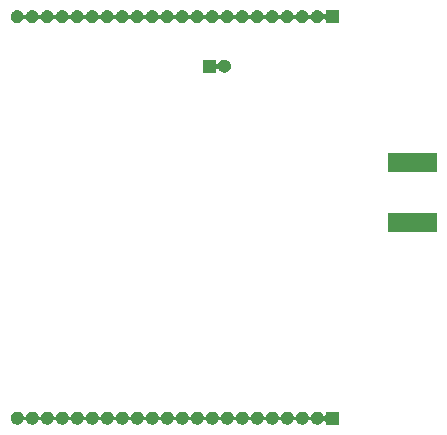
<source format=gbr>
G04 #@! TF.GenerationSoftware,KiCad,Pcbnew,5.99.0-unknown-d20d310~86~ubuntu18.04.1*
G04 #@! TF.CreationDate,2019-12-20T15:33:37-05:00*
G04 #@! TF.ProjectId,me3616_module_board,6d653336-3136-45f6-9d6f-64756c655f62,rev?*
G04 #@! TF.SameCoordinates,Original*
G04 #@! TF.FileFunction,Soldermask,Bot*
G04 #@! TF.FilePolarity,Negative*
%FSLAX46Y46*%
G04 Gerber Fmt 4.6, Leading zero omitted, Abs format (unit mm)*
G04 Created by KiCad (PCBNEW 5.99.0-unknown-d20d310~86~ubuntu18.04.1) date 2019-12-20 15:33:37*
%MOMM*%
%LPD*%
G04 APERTURE LIST*
G04 APERTURE END LIST*
G36*
X149747381Y-116446783D02*
G01*
X149770734Y-116445314D01*
X149821992Y-116456209D01*
X149865218Y-116461670D01*
X149886974Y-116470021D01*
X149918399Y-116476701D01*
X149957154Y-116496961D01*
X149989724Y-116509464D01*
X150015993Y-116527721D01*
X150052185Y-116546642D01*
X150077727Y-116570628D01*
X150099239Y-116585579D01*
X150126134Y-116616086D01*
X150162233Y-116649985D01*
X150175865Y-116672494D01*
X150187430Y-116685612D01*
X150209778Y-116728359D01*
X150258673Y-116779055D01*
X150327214Y-116795268D01*
X150393640Y-116771852D01*
X150436862Y-116716241D01*
X150445552Y-116670447D01*
X150445552Y-116512312D01*
X150451959Y-116480101D01*
X150463231Y-116463231D01*
X150480101Y-116451959D01*
X150512312Y-116445552D01*
X151487688Y-116445552D01*
X151519899Y-116451959D01*
X151536769Y-116463231D01*
X151548041Y-116480101D01*
X151554448Y-116512312D01*
X151554448Y-117487688D01*
X151551999Y-117500000D01*
X151548041Y-117519899D01*
X151536769Y-117536769D01*
X151519899Y-117548041D01*
X151500000Y-117551999D01*
X151487688Y-117554448D01*
X150512312Y-117554448D01*
X150480101Y-117548041D01*
X150463231Y-117536769D01*
X150451959Y-117519899D01*
X150445552Y-117487688D01*
X150445552Y-117329059D01*
X150425709Y-117261479D01*
X150372479Y-117215356D01*
X150302764Y-117205332D01*
X150238696Y-117234591D01*
X150215689Y-117263058D01*
X150204512Y-117280669D01*
X150180748Y-117323897D01*
X150168908Y-117336772D01*
X150154808Y-117358991D01*
X150118006Y-117392128D01*
X150090478Y-117422064D01*
X150068657Y-117436562D01*
X150042620Y-117460006D01*
X150006045Y-117478162D01*
X149979394Y-117495869D01*
X149946565Y-117507688D01*
X149907399Y-117527130D01*
X149875839Y-117533150D01*
X149853916Y-117541043D01*
X149810593Y-117545597D01*
X149759108Y-117555418D01*
X149735787Y-117553460D01*
X149721284Y-117554984D01*
X149669548Y-117547897D01*
X149608673Y-117542785D01*
X149594937Y-117537677D01*
X149589150Y-117536884D01*
X149532595Y-117514492D01*
X149467177Y-117490163D01*
X149408252Y-117447352D01*
X149356441Y-117410532D01*
X149354537Y-117408326D01*
X149345044Y-117401429D01*
X149305302Y-117351287D01*
X149269300Y-117309579D01*
X149264001Y-117299179D01*
X149251272Y-117283119D01*
X149229840Y-117232135D01*
X149206252Y-117185840D01*
X149157891Y-117134634D01*
X149089524Y-117117704D01*
X149022856Y-117140423D01*
X148984701Y-117195101D01*
X148982284Y-117193772D01*
X148970780Y-117214697D01*
X148965699Y-117231527D01*
X148934510Y-117280673D01*
X148910747Y-117323898D01*
X148898908Y-117336772D01*
X148884808Y-117358991D01*
X148848006Y-117392128D01*
X148820478Y-117422064D01*
X148798657Y-117436562D01*
X148772620Y-117460006D01*
X148736045Y-117478162D01*
X148709394Y-117495869D01*
X148676565Y-117507688D01*
X148637399Y-117527130D01*
X148605839Y-117533150D01*
X148583916Y-117541043D01*
X148540593Y-117545597D01*
X148489108Y-117555418D01*
X148465787Y-117553460D01*
X148451284Y-117554984D01*
X148399548Y-117547897D01*
X148338673Y-117542785D01*
X148324937Y-117537677D01*
X148319150Y-117536884D01*
X148262595Y-117514492D01*
X148197177Y-117490163D01*
X148138252Y-117447352D01*
X148086441Y-117410532D01*
X148084537Y-117408326D01*
X148075044Y-117401429D01*
X148035302Y-117351287D01*
X147999300Y-117309579D01*
X147994001Y-117299179D01*
X147981272Y-117283119D01*
X147959840Y-117232135D01*
X147936252Y-117185840D01*
X147887891Y-117134634D01*
X147819524Y-117117704D01*
X147752856Y-117140423D01*
X147714701Y-117195101D01*
X147712284Y-117193772D01*
X147700780Y-117214697D01*
X147695699Y-117231527D01*
X147664510Y-117280673D01*
X147640747Y-117323898D01*
X147628908Y-117336772D01*
X147614808Y-117358991D01*
X147578006Y-117392128D01*
X147550478Y-117422064D01*
X147528657Y-117436562D01*
X147502620Y-117460006D01*
X147466045Y-117478162D01*
X147439394Y-117495869D01*
X147406565Y-117507688D01*
X147367399Y-117527130D01*
X147335839Y-117533150D01*
X147313916Y-117541043D01*
X147270593Y-117545597D01*
X147219108Y-117555418D01*
X147195787Y-117553460D01*
X147181284Y-117554984D01*
X147129548Y-117547897D01*
X147068673Y-117542785D01*
X147054937Y-117537677D01*
X147049150Y-117536884D01*
X146992595Y-117514492D01*
X146927177Y-117490163D01*
X146868252Y-117447352D01*
X146816441Y-117410532D01*
X146814537Y-117408326D01*
X146805044Y-117401429D01*
X146765302Y-117351287D01*
X146729300Y-117309579D01*
X146724001Y-117299179D01*
X146711272Y-117283119D01*
X146689840Y-117232135D01*
X146666252Y-117185840D01*
X146617891Y-117134634D01*
X146549524Y-117117704D01*
X146482856Y-117140423D01*
X146444701Y-117195101D01*
X146442284Y-117193772D01*
X146430780Y-117214697D01*
X146425699Y-117231527D01*
X146394510Y-117280673D01*
X146370747Y-117323898D01*
X146358908Y-117336772D01*
X146344808Y-117358991D01*
X146308006Y-117392128D01*
X146280478Y-117422064D01*
X146258657Y-117436562D01*
X146232620Y-117460006D01*
X146196045Y-117478162D01*
X146169394Y-117495869D01*
X146136565Y-117507688D01*
X146097399Y-117527130D01*
X146065839Y-117533150D01*
X146043916Y-117541043D01*
X146000593Y-117545597D01*
X145949108Y-117555418D01*
X145925787Y-117553460D01*
X145911284Y-117554984D01*
X145859548Y-117547897D01*
X145798673Y-117542785D01*
X145784937Y-117537677D01*
X145779150Y-117536884D01*
X145722595Y-117514492D01*
X145657177Y-117490163D01*
X145598252Y-117447352D01*
X145546441Y-117410532D01*
X145544537Y-117408326D01*
X145535044Y-117401429D01*
X145495302Y-117351287D01*
X145459300Y-117309579D01*
X145454001Y-117299179D01*
X145441272Y-117283119D01*
X145419840Y-117232135D01*
X145396252Y-117185840D01*
X145347891Y-117134634D01*
X145279524Y-117117704D01*
X145212856Y-117140423D01*
X145174701Y-117195101D01*
X145172284Y-117193772D01*
X145160780Y-117214697D01*
X145155699Y-117231527D01*
X145124510Y-117280673D01*
X145100747Y-117323898D01*
X145088908Y-117336772D01*
X145074808Y-117358991D01*
X145038006Y-117392128D01*
X145010478Y-117422064D01*
X144988657Y-117436562D01*
X144962620Y-117460006D01*
X144926045Y-117478162D01*
X144899394Y-117495869D01*
X144866565Y-117507688D01*
X144827399Y-117527130D01*
X144795839Y-117533150D01*
X144773916Y-117541043D01*
X144730593Y-117545597D01*
X144679108Y-117555418D01*
X144655787Y-117553460D01*
X144641284Y-117554984D01*
X144589548Y-117547897D01*
X144528673Y-117542785D01*
X144514937Y-117537677D01*
X144509150Y-117536884D01*
X144452595Y-117514492D01*
X144387177Y-117490163D01*
X144328252Y-117447352D01*
X144276441Y-117410532D01*
X144274537Y-117408326D01*
X144265044Y-117401429D01*
X144225302Y-117351287D01*
X144189300Y-117309579D01*
X144184001Y-117299179D01*
X144171272Y-117283119D01*
X144149840Y-117232135D01*
X144126252Y-117185840D01*
X144077891Y-117134634D01*
X144009524Y-117117704D01*
X143942856Y-117140423D01*
X143904701Y-117195101D01*
X143902284Y-117193772D01*
X143890780Y-117214697D01*
X143885699Y-117231527D01*
X143854510Y-117280673D01*
X143830747Y-117323898D01*
X143818908Y-117336772D01*
X143804808Y-117358991D01*
X143768006Y-117392128D01*
X143740478Y-117422064D01*
X143718657Y-117436562D01*
X143692620Y-117460006D01*
X143656045Y-117478162D01*
X143629394Y-117495869D01*
X143596565Y-117507688D01*
X143557399Y-117527130D01*
X143525839Y-117533150D01*
X143503916Y-117541043D01*
X143460593Y-117545597D01*
X143409108Y-117555418D01*
X143385787Y-117553460D01*
X143371284Y-117554984D01*
X143319548Y-117547897D01*
X143258673Y-117542785D01*
X143244937Y-117537677D01*
X143239150Y-117536884D01*
X143182595Y-117514492D01*
X143117177Y-117490163D01*
X143058252Y-117447352D01*
X143006441Y-117410532D01*
X143004537Y-117408326D01*
X142995044Y-117401429D01*
X142955302Y-117351287D01*
X142919300Y-117309579D01*
X142914001Y-117299179D01*
X142901272Y-117283119D01*
X142879840Y-117232135D01*
X142856252Y-117185840D01*
X142807891Y-117134634D01*
X142739524Y-117117704D01*
X142672856Y-117140423D01*
X142634701Y-117195101D01*
X142632284Y-117193772D01*
X142620780Y-117214697D01*
X142615699Y-117231527D01*
X142584510Y-117280673D01*
X142560747Y-117323898D01*
X142548908Y-117336772D01*
X142534808Y-117358991D01*
X142498006Y-117392128D01*
X142470478Y-117422064D01*
X142448657Y-117436562D01*
X142422620Y-117460006D01*
X142386045Y-117478162D01*
X142359394Y-117495869D01*
X142326565Y-117507688D01*
X142287399Y-117527130D01*
X142255839Y-117533150D01*
X142233916Y-117541043D01*
X142190593Y-117545597D01*
X142139108Y-117555418D01*
X142115787Y-117553460D01*
X142101284Y-117554984D01*
X142049548Y-117547897D01*
X141988673Y-117542785D01*
X141974937Y-117537677D01*
X141969150Y-117536884D01*
X141912595Y-117514492D01*
X141847177Y-117490163D01*
X141788252Y-117447352D01*
X141736441Y-117410532D01*
X141734537Y-117408326D01*
X141725044Y-117401429D01*
X141685302Y-117351287D01*
X141649300Y-117309579D01*
X141644001Y-117299179D01*
X141631272Y-117283119D01*
X141609840Y-117232135D01*
X141586252Y-117185840D01*
X141537891Y-117134634D01*
X141469524Y-117117704D01*
X141402856Y-117140423D01*
X141364701Y-117195101D01*
X141362284Y-117193772D01*
X141350780Y-117214697D01*
X141345699Y-117231527D01*
X141314510Y-117280673D01*
X141290747Y-117323898D01*
X141278908Y-117336772D01*
X141264808Y-117358991D01*
X141228006Y-117392128D01*
X141200478Y-117422064D01*
X141178657Y-117436562D01*
X141152620Y-117460006D01*
X141116045Y-117478162D01*
X141089394Y-117495869D01*
X141056565Y-117507688D01*
X141017399Y-117527130D01*
X140985839Y-117533150D01*
X140963916Y-117541043D01*
X140920593Y-117545597D01*
X140869108Y-117555418D01*
X140845787Y-117553460D01*
X140831284Y-117554984D01*
X140779548Y-117547897D01*
X140718673Y-117542785D01*
X140704937Y-117537677D01*
X140699150Y-117536884D01*
X140642595Y-117514492D01*
X140577177Y-117490163D01*
X140518252Y-117447352D01*
X140466441Y-117410532D01*
X140464537Y-117408326D01*
X140455044Y-117401429D01*
X140415302Y-117351287D01*
X140379300Y-117309579D01*
X140374001Y-117299179D01*
X140361272Y-117283119D01*
X140339840Y-117232135D01*
X140316252Y-117185840D01*
X140267891Y-117134634D01*
X140199524Y-117117704D01*
X140132856Y-117140423D01*
X140094701Y-117195101D01*
X140092284Y-117193772D01*
X140080780Y-117214697D01*
X140075699Y-117231527D01*
X140044510Y-117280673D01*
X140020747Y-117323898D01*
X140008908Y-117336772D01*
X139994808Y-117358991D01*
X139958006Y-117392128D01*
X139930478Y-117422064D01*
X139908657Y-117436562D01*
X139882620Y-117460006D01*
X139846045Y-117478162D01*
X139819394Y-117495869D01*
X139786565Y-117507688D01*
X139747399Y-117527130D01*
X139715839Y-117533150D01*
X139693916Y-117541043D01*
X139650593Y-117545597D01*
X139599108Y-117555418D01*
X139575787Y-117553460D01*
X139561284Y-117554984D01*
X139509548Y-117547897D01*
X139448673Y-117542785D01*
X139434937Y-117537677D01*
X139429150Y-117536884D01*
X139372595Y-117514492D01*
X139307177Y-117490163D01*
X139248252Y-117447352D01*
X139196441Y-117410532D01*
X139194537Y-117408326D01*
X139185044Y-117401429D01*
X139145302Y-117351287D01*
X139109300Y-117309579D01*
X139104001Y-117299179D01*
X139091272Y-117283119D01*
X139069840Y-117232135D01*
X139046252Y-117185840D01*
X138997891Y-117134634D01*
X138929524Y-117117704D01*
X138862856Y-117140423D01*
X138824701Y-117195101D01*
X138822284Y-117193772D01*
X138810780Y-117214697D01*
X138805699Y-117231527D01*
X138774510Y-117280673D01*
X138750747Y-117323898D01*
X138738908Y-117336772D01*
X138724808Y-117358991D01*
X138688006Y-117392128D01*
X138660478Y-117422064D01*
X138638657Y-117436562D01*
X138612620Y-117460006D01*
X138576045Y-117478162D01*
X138549394Y-117495869D01*
X138516565Y-117507688D01*
X138477399Y-117527130D01*
X138445839Y-117533150D01*
X138423916Y-117541043D01*
X138380593Y-117545597D01*
X138329108Y-117555418D01*
X138305787Y-117553460D01*
X138291284Y-117554984D01*
X138239548Y-117547897D01*
X138178673Y-117542785D01*
X138164937Y-117537677D01*
X138159150Y-117536884D01*
X138102595Y-117514492D01*
X138037177Y-117490163D01*
X137978252Y-117447352D01*
X137926441Y-117410532D01*
X137924537Y-117408326D01*
X137915044Y-117401429D01*
X137875302Y-117351287D01*
X137839300Y-117309579D01*
X137834001Y-117299179D01*
X137821272Y-117283119D01*
X137799840Y-117232135D01*
X137776252Y-117185840D01*
X137727891Y-117134634D01*
X137659524Y-117117704D01*
X137592856Y-117140423D01*
X137554701Y-117195101D01*
X137552284Y-117193772D01*
X137540780Y-117214697D01*
X137535699Y-117231527D01*
X137504510Y-117280673D01*
X137480747Y-117323898D01*
X137468908Y-117336772D01*
X137454808Y-117358991D01*
X137418006Y-117392128D01*
X137390478Y-117422064D01*
X137368657Y-117436562D01*
X137342620Y-117460006D01*
X137306045Y-117478162D01*
X137279394Y-117495869D01*
X137246565Y-117507688D01*
X137207399Y-117527130D01*
X137175839Y-117533150D01*
X137153916Y-117541043D01*
X137110593Y-117545597D01*
X137059108Y-117555418D01*
X137035787Y-117553460D01*
X137021284Y-117554984D01*
X136969548Y-117547897D01*
X136908673Y-117542785D01*
X136894937Y-117537677D01*
X136889150Y-117536884D01*
X136832595Y-117514492D01*
X136767177Y-117490163D01*
X136708252Y-117447352D01*
X136656441Y-117410532D01*
X136654537Y-117408326D01*
X136645044Y-117401429D01*
X136605302Y-117351287D01*
X136569300Y-117309579D01*
X136564001Y-117299179D01*
X136551272Y-117283119D01*
X136529840Y-117232135D01*
X136506252Y-117185840D01*
X136457891Y-117134634D01*
X136389524Y-117117704D01*
X136322856Y-117140423D01*
X136284701Y-117195101D01*
X136282284Y-117193772D01*
X136270780Y-117214697D01*
X136265699Y-117231527D01*
X136234510Y-117280673D01*
X136210747Y-117323898D01*
X136198908Y-117336772D01*
X136184808Y-117358991D01*
X136148006Y-117392128D01*
X136120478Y-117422064D01*
X136098657Y-117436562D01*
X136072620Y-117460006D01*
X136036045Y-117478162D01*
X136009394Y-117495869D01*
X135976565Y-117507688D01*
X135937399Y-117527130D01*
X135905839Y-117533150D01*
X135883916Y-117541043D01*
X135840593Y-117545597D01*
X135789108Y-117555418D01*
X135765787Y-117553460D01*
X135751284Y-117554984D01*
X135699548Y-117547897D01*
X135638673Y-117542785D01*
X135624937Y-117537677D01*
X135619150Y-117536884D01*
X135562595Y-117514492D01*
X135497177Y-117490163D01*
X135438252Y-117447352D01*
X135386441Y-117410532D01*
X135384537Y-117408326D01*
X135375044Y-117401429D01*
X135335302Y-117351287D01*
X135299300Y-117309579D01*
X135294001Y-117299179D01*
X135281272Y-117283119D01*
X135259840Y-117232135D01*
X135236252Y-117185840D01*
X135187891Y-117134634D01*
X135119524Y-117117704D01*
X135052856Y-117140423D01*
X135014701Y-117195101D01*
X135012284Y-117193772D01*
X135000780Y-117214697D01*
X134995699Y-117231527D01*
X134964510Y-117280673D01*
X134940747Y-117323898D01*
X134928908Y-117336772D01*
X134914808Y-117358991D01*
X134878006Y-117392128D01*
X134850478Y-117422064D01*
X134828657Y-117436562D01*
X134802620Y-117460006D01*
X134766045Y-117478162D01*
X134739394Y-117495869D01*
X134706565Y-117507688D01*
X134667399Y-117527130D01*
X134635839Y-117533150D01*
X134613916Y-117541043D01*
X134570593Y-117545597D01*
X134519108Y-117555418D01*
X134495787Y-117553460D01*
X134481284Y-117554984D01*
X134429548Y-117547897D01*
X134368673Y-117542785D01*
X134354937Y-117537677D01*
X134349150Y-117536884D01*
X134292595Y-117514492D01*
X134227177Y-117490163D01*
X134168252Y-117447352D01*
X134116441Y-117410532D01*
X134114537Y-117408326D01*
X134105044Y-117401429D01*
X134065302Y-117351287D01*
X134029300Y-117309579D01*
X134024001Y-117299179D01*
X134011272Y-117283119D01*
X133989840Y-117232135D01*
X133966252Y-117185840D01*
X133917891Y-117134634D01*
X133849524Y-117117704D01*
X133782856Y-117140423D01*
X133744701Y-117195101D01*
X133742284Y-117193772D01*
X133730780Y-117214697D01*
X133725699Y-117231527D01*
X133694510Y-117280673D01*
X133670747Y-117323898D01*
X133658908Y-117336772D01*
X133644808Y-117358991D01*
X133608006Y-117392128D01*
X133580478Y-117422064D01*
X133558657Y-117436562D01*
X133532620Y-117460006D01*
X133496045Y-117478162D01*
X133469394Y-117495869D01*
X133436565Y-117507688D01*
X133397399Y-117527130D01*
X133365839Y-117533150D01*
X133343916Y-117541043D01*
X133300593Y-117545597D01*
X133249108Y-117555418D01*
X133225787Y-117553460D01*
X133211284Y-117554984D01*
X133159548Y-117547897D01*
X133098673Y-117542785D01*
X133084937Y-117537677D01*
X133079150Y-117536884D01*
X133022595Y-117514492D01*
X132957177Y-117490163D01*
X132898252Y-117447352D01*
X132846441Y-117410532D01*
X132844537Y-117408326D01*
X132835044Y-117401429D01*
X132795302Y-117351287D01*
X132759300Y-117309579D01*
X132754001Y-117299179D01*
X132741272Y-117283119D01*
X132719840Y-117232135D01*
X132696252Y-117185840D01*
X132647891Y-117134634D01*
X132579524Y-117117704D01*
X132512856Y-117140423D01*
X132474701Y-117195101D01*
X132472284Y-117193772D01*
X132460780Y-117214697D01*
X132455699Y-117231527D01*
X132424510Y-117280673D01*
X132400747Y-117323898D01*
X132388908Y-117336772D01*
X132374808Y-117358991D01*
X132338006Y-117392128D01*
X132310478Y-117422064D01*
X132288657Y-117436562D01*
X132262620Y-117460006D01*
X132226045Y-117478162D01*
X132199394Y-117495869D01*
X132166565Y-117507688D01*
X132127399Y-117527130D01*
X132095839Y-117533150D01*
X132073916Y-117541043D01*
X132030593Y-117545597D01*
X131979108Y-117555418D01*
X131955787Y-117553460D01*
X131941284Y-117554984D01*
X131889548Y-117547897D01*
X131828673Y-117542785D01*
X131814937Y-117537677D01*
X131809150Y-117536884D01*
X131752595Y-117514492D01*
X131687177Y-117490163D01*
X131628252Y-117447352D01*
X131576441Y-117410532D01*
X131574537Y-117408326D01*
X131565044Y-117401429D01*
X131525302Y-117351287D01*
X131489300Y-117309579D01*
X131484001Y-117299179D01*
X131471272Y-117283119D01*
X131449840Y-117232135D01*
X131426252Y-117185840D01*
X131377891Y-117134634D01*
X131309524Y-117117704D01*
X131242856Y-117140423D01*
X131204701Y-117195101D01*
X131202284Y-117193772D01*
X131190780Y-117214697D01*
X131185699Y-117231527D01*
X131154510Y-117280673D01*
X131130747Y-117323898D01*
X131118908Y-117336772D01*
X131104808Y-117358991D01*
X131068006Y-117392128D01*
X131040478Y-117422064D01*
X131018657Y-117436562D01*
X130992620Y-117460006D01*
X130956045Y-117478162D01*
X130929394Y-117495869D01*
X130896565Y-117507688D01*
X130857399Y-117527130D01*
X130825839Y-117533150D01*
X130803916Y-117541043D01*
X130760593Y-117545597D01*
X130709108Y-117555418D01*
X130685787Y-117553460D01*
X130671284Y-117554984D01*
X130619548Y-117547897D01*
X130558673Y-117542785D01*
X130544937Y-117537677D01*
X130539150Y-117536884D01*
X130482595Y-117514492D01*
X130417177Y-117490163D01*
X130358252Y-117447352D01*
X130306441Y-117410532D01*
X130304537Y-117408326D01*
X130295044Y-117401429D01*
X130255302Y-117351287D01*
X130219300Y-117309579D01*
X130214001Y-117299179D01*
X130201272Y-117283119D01*
X130179840Y-117232135D01*
X130156252Y-117185840D01*
X130107891Y-117134634D01*
X130039524Y-117117704D01*
X129972856Y-117140423D01*
X129934701Y-117195101D01*
X129932284Y-117193772D01*
X129920780Y-117214697D01*
X129915699Y-117231527D01*
X129884510Y-117280673D01*
X129860747Y-117323898D01*
X129848908Y-117336772D01*
X129834808Y-117358991D01*
X129798006Y-117392128D01*
X129770478Y-117422064D01*
X129748657Y-117436562D01*
X129722620Y-117460006D01*
X129686045Y-117478162D01*
X129659394Y-117495869D01*
X129626565Y-117507688D01*
X129587399Y-117527130D01*
X129555839Y-117533150D01*
X129533916Y-117541043D01*
X129490593Y-117545597D01*
X129439108Y-117555418D01*
X129415787Y-117553460D01*
X129401284Y-117554984D01*
X129349548Y-117547897D01*
X129288673Y-117542785D01*
X129274937Y-117537677D01*
X129269150Y-117536884D01*
X129212595Y-117514492D01*
X129147177Y-117490163D01*
X129088252Y-117447352D01*
X129036441Y-117410532D01*
X129034537Y-117408326D01*
X129025044Y-117401429D01*
X128985302Y-117351287D01*
X128949300Y-117309579D01*
X128944001Y-117299179D01*
X128931272Y-117283119D01*
X128909840Y-117232135D01*
X128886252Y-117185840D01*
X128837891Y-117134634D01*
X128769524Y-117117704D01*
X128702856Y-117140423D01*
X128664701Y-117195101D01*
X128662284Y-117193772D01*
X128650780Y-117214697D01*
X128645699Y-117231527D01*
X128614510Y-117280673D01*
X128590747Y-117323898D01*
X128578908Y-117336772D01*
X128564808Y-117358991D01*
X128528006Y-117392128D01*
X128500478Y-117422064D01*
X128478657Y-117436562D01*
X128452620Y-117460006D01*
X128416045Y-117478162D01*
X128389394Y-117495869D01*
X128356565Y-117507688D01*
X128317399Y-117527130D01*
X128285839Y-117533150D01*
X128263916Y-117541043D01*
X128220593Y-117545597D01*
X128169108Y-117555418D01*
X128145787Y-117553460D01*
X128131284Y-117554984D01*
X128079548Y-117547897D01*
X128018673Y-117542785D01*
X128004937Y-117537677D01*
X127999150Y-117536884D01*
X127942595Y-117514492D01*
X127877177Y-117490163D01*
X127818252Y-117447352D01*
X127766441Y-117410532D01*
X127764537Y-117408326D01*
X127755044Y-117401429D01*
X127715302Y-117351287D01*
X127679300Y-117309579D01*
X127674001Y-117299179D01*
X127661272Y-117283119D01*
X127639840Y-117232135D01*
X127616252Y-117185840D01*
X127567891Y-117134634D01*
X127499524Y-117117704D01*
X127432856Y-117140423D01*
X127394701Y-117195101D01*
X127392284Y-117193772D01*
X127380780Y-117214697D01*
X127375699Y-117231527D01*
X127344510Y-117280673D01*
X127320747Y-117323898D01*
X127308908Y-117336772D01*
X127294808Y-117358991D01*
X127258006Y-117392128D01*
X127230478Y-117422064D01*
X127208657Y-117436562D01*
X127182620Y-117460006D01*
X127146045Y-117478162D01*
X127119394Y-117495869D01*
X127086565Y-117507688D01*
X127047399Y-117527130D01*
X127015839Y-117533150D01*
X126993916Y-117541043D01*
X126950593Y-117545597D01*
X126899108Y-117555418D01*
X126875787Y-117553460D01*
X126861284Y-117554984D01*
X126809548Y-117547897D01*
X126748673Y-117542785D01*
X126734937Y-117537677D01*
X126729150Y-117536884D01*
X126672595Y-117514492D01*
X126607177Y-117490163D01*
X126548252Y-117447352D01*
X126496441Y-117410532D01*
X126494537Y-117408326D01*
X126485044Y-117401429D01*
X126445302Y-117351287D01*
X126409300Y-117309579D01*
X126404001Y-117299179D01*
X126391272Y-117283119D01*
X126369840Y-117232135D01*
X126346252Y-117185840D01*
X126297891Y-117134634D01*
X126229524Y-117117704D01*
X126162856Y-117140423D01*
X126124701Y-117195101D01*
X126122284Y-117193772D01*
X126110780Y-117214697D01*
X126105699Y-117231527D01*
X126074510Y-117280673D01*
X126050747Y-117323898D01*
X126038908Y-117336772D01*
X126024808Y-117358991D01*
X125988006Y-117392128D01*
X125960478Y-117422064D01*
X125938657Y-117436562D01*
X125912620Y-117460006D01*
X125876045Y-117478162D01*
X125849394Y-117495869D01*
X125816565Y-117507688D01*
X125777399Y-117527130D01*
X125745839Y-117533150D01*
X125723916Y-117541043D01*
X125680593Y-117545597D01*
X125629108Y-117555418D01*
X125605787Y-117553460D01*
X125591284Y-117554984D01*
X125539548Y-117547897D01*
X125478673Y-117542785D01*
X125464937Y-117537677D01*
X125459150Y-117536884D01*
X125402595Y-117514492D01*
X125337177Y-117490163D01*
X125278252Y-117447352D01*
X125226441Y-117410532D01*
X125224537Y-117408326D01*
X125215044Y-117401429D01*
X125175302Y-117351287D01*
X125139300Y-117309579D01*
X125134001Y-117299179D01*
X125121272Y-117283119D01*
X125099840Y-117232135D01*
X125076252Y-117185840D01*
X125027891Y-117134634D01*
X124959524Y-117117704D01*
X124892856Y-117140423D01*
X124854701Y-117195101D01*
X124852284Y-117193772D01*
X124840780Y-117214697D01*
X124835699Y-117231527D01*
X124804510Y-117280673D01*
X124780747Y-117323898D01*
X124768908Y-117336772D01*
X124754808Y-117358991D01*
X124718006Y-117392128D01*
X124690478Y-117422064D01*
X124668657Y-117436562D01*
X124642620Y-117460006D01*
X124606045Y-117478162D01*
X124579394Y-117495869D01*
X124546565Y-117507688D01*
X124507399Y-117527130D01*
X124475839Y-117533150D01*
X124453916Y-117541043D01*
X124410593Y-117545597D01*
X124359108Y-117555418D01*
X124335787Y-117553460D01*
X124321284Y-117554984D01*
X124269548Y-117547897D01*
X124208673Y-117542785D01*
X124194937Y-117537677D01*
X124189150Y-117536884D01*
X124132595Y-117514492D01*
X124067177Y-117490163D01*
X124008252Y-117447352D01*
X123956441Y-117410532D01*
X123954537Y-117408326D01*
X123945044Y-117401429D01*
X123905302Y-117351287D01*
X123869300Y-117309579D01*
X123864001Y-117299179D01*
X123851272Y-117283119D01*
X123829838Y-117232129D01*
X123808754Y-117190749D01*
X123804096Y-117170892D01*
X123792771Y-117143950D01*
X123786928Y-117097696D01*
X123778299Y-117060909D01*
X123778604Y-117031808D01*
X123773850Y-116994176D01*
X123779392Y-116956647D01*
X123779697Y-116927552D01*
X123789092Y-116890961D01*
X123795904Y-116844831D01*
X123807791Y-116818132D01*
X123812864Y-116798375D01*
X123834815Y-116757436D01*
X123857307Y-116706918D01*
X123870366Y-116691132D01*
X123875883Y-116680843D01*
X123912753Y-116639895D01*
X123953535Y-116590598D01*
X123963171Y-116583901D01*
X123965122Y-116581734D01*
X124017700Y-116546002D01*
X124077500Y-116504440D01*
X124143435Y-116481479D01*
X124200424Y-116460285D01*
X124206223Y-116459614D01*
X124220067Y-116454793D01*
X124281037Y-116450957D01*
X124332909Y-116444955D01*
X124347381Y-116446783D01*
X124370734Y-116445314D01*
X124421992Y-116456209D01*
X124465218Y-116461670D01*
X124486974Y-116470021D01*
X124518399Y-116476701D01*
X124557154Y-116496961D01*
X124589724Y-116509464D01*
X124615993Y-116527721D01*
X124652185Y-116546642D01*
X124677727Y-116570628D01*
X124699239Y-116585579D01*
X124726135Y-116616086D01*
X124762233Y-116649985D01*
X124775865Y-116672493D01*
X124787433Y-116685615D01*
X124810288Y-116729333D01*
X124840437Y-116779114D01*
X124845164Y-116796043D01*
X124854110Y-116813156D01*
X124903004Y-116863852D01*
X124971545Y-116880065D01*
X125037971Y-116856649D01*
X125070536Y-116808930D01*
X125075715Y-116811707D01*
X125104816Y-116757433D01*
X125127307Y-116706918D01*
X125140366Y-116691132D01*
X125145883Y-116680843D01*
X125182753Y-116639895D01*
X125223535Y-116590598D01*
X125233171Y-116583901D01*
X125235122Y-116581734D01*
X125287700Y-116546002D01*
X125347500Y-116504440D01*
X125413435Y-116481479D01*
X125470424Y-116460285D01*
X125476223Y-116459614D01*
X125490067Y-116454793D01*
X125551037Y-116450957D01*
X125602909Y-116444955D01*
X125617381Y-116446783D01*
X125640734Y-116445314D01*
X125691992Y-116456209D01*
X125735218Y-116461670D01*
X125756974Y-116470021D01*
X125788399Y-116476701D01*
X125827154Y-116496961D01*
X125859724Y-116509464D01*
X125885993Y-116527721D01*
X125922185Y-116546642D01*
X125947727Y-116570628D01*
X125969239Y-116585579D01*
X125996135Y-116616086D01*
X126032233Y-116649985D01*
X126045865Y-116672493D01*
X126057433Y-116685615D01*
X126080288Y-116729333D01*
X126110437Y-116779114D01*
X126115164Y-116796043D01*
X126124110Y-116813156D01*
X126173004Y-116863852D01*
X126241545Y-116880065D01*
X126307971Y-116856649D01*
X126340536Y-116808930D01*
X126345715Y-116811707D01*
X126374816Y-116757433D01*
X126397307Y-116706918D01*
X126410366Y-116691132D01*
X126415883Y-116680843D01*
X126452753Y-116639895D01*
X126493535Y-116590598D01*
X126503171Y-116583901D01*
X126505122Y-116581734D01*
X126557700Y-116546002D01*
X126617500Y-116504440D01*
X126683435Y-116481479D01*
X126740424Y-116460285D01*
X126746223Y-116459614D01*
X126760067Y-116454793D01*
X126821037Y-116450957D01*
X126872909Y-116444955D01*
X126887381Y-116446783D01*
X126910734Y-116445314D01*
X126961992Y-116456209D01*
X127005218Y-116461670D01*
X127026974Y-116470021D01*
X127058399Y-116476701D01*
X127097154Y-116496961D01*
X127129724Y-116509464D01*
X127155993Y-116527721D01*
X127192185Y-116546642D01*
X127217727Y-116570628D01*
X127239239Y-116585579D01*
X127266135Y-116616086D01*
X127302233Y-116649985D01*
X127315865Y-116672493D01*
X127327433Y-116685615D01*
X127350288Y-116729333D01*
X127380437Y-116779114D01*
X127385164Y-116796043D01*
X127394110Y-116813156D01*
X127443004Y-116863852D01*
X127511545Y-116880065D01*
X127577971Y-116856649D01*
X127610536Y-116808930D01*
X127615715Y-116811707D01*
X127644816Y-116757433D01*
X127667307Y-116706918D01*
X127680366Y-116691132D01*
X127685883Y-116680843D01*
X127722753Y-116639895D01*
X127763535Y-116590598D01*
X127773171Y-116583901D01*
X127775122Y-116581734D01*
X127827700Y-116546002D01*
X127887500Y-116504440D01*
X127953435Y-116481479D01*
X128010424Y-116460285D01*
X128016223Y-116459614D01*
X128030067Y-116454793D01*
X128091037Y-116450957D01*
X128142909Y-116444955D01*
X128157381Y-116446783D01*
X128180734Y-116445314D01*
X128231992Y-116456209D01*
X128275218Y-116461670D01*
X128296974Y-116470021D01*
X128328399Y-116476701D01*
X128367154Y-116496961D01*
X128399724Y-116509464D01*
X128425993Y-116527721D01*
X128462185Y-116546642D01*
X128487727Y-116570628D01*
X128509239Y-116585579D01*
X128536135Y-116616086D01*
X128572233Y-116649985D01*
X128585865Y-116672493D01*
X128597433Y-116685615D01*
X128620288Y-116729333D01*
X128650437Y-116779114D01*
X128655164Y-116796043D01*
X128664110Y-116813156D01*
X128713004Y-116863852D01*
X128781545Y-116880065D01*
X128847971Y-116856649D01*
X128880536Y-116808930D01*
X128885715Y-116811707D01*
X128914816Y-116757433D01*
X128937307Y-116706918D01*
X128950366Y-116691132D01*
X128955883Y-116680843D01*
X128992753Y-116639895D01*
X129033535Y-116590598D01*
X129043171Y-116583901D01*
X129045122Y-116581734D01*
X129097700Y-116546002D01*
X129157500Y-116504440D01*
X129223435Y-116481479D01*
X129280424Y-116460285D01*
X129286223Y-116459614D01*
X129300067Y-116454793D01*
X129361037Y-116450957D01*
X129412909Y-116444955D01*
X129427381Y-116446783D01*
X129450734Y-116445314D01*
X129501992Y-116456209D01*
X129545218Y-116461670D01*
X129566974Y-116470021D01*
X129598399Y-116476701D01*
X129637154Y-116496961D01*
X129669724Y-116509464D01*
X129695993Y-116527721D01*
X129732185Y-116546642D01*
X129757727Y-116570628D01*
X129779239Y-116585579D01*
X129806135Y-116616086D01*
X129842233Y-116649985D01*
X129855865Y-116672493D01*
X129867433Y-116685615D01*
X129890288Y-116729333D01*
X129920437Y-116779114D01*
X129925164Y-116796043D01*
X129934110Y-116813156D01*
X129983004Y-116863852D01*
X130051545Y-116880065D01*
X130117971Y-116856649D01*
X130150536Y-116808930D01*
X130155715Y-116811707D01*
X130184816Y-116757433D01*
X130207307Y-116706918D01*
X130220366Y-116691132D01*
X130225883Y-116680843D01*
X130262753Y-116639895D01*
X130303535Y-116590598D01*
X130313171Y-116583901D01*
X130315122Y-116581734D01*
X130367700Y-116546002D01*
X130427500Y-116504440D01*
X130493435Y-116481479D01*
X130550424Y-116460285D01*
X130556223Y-116459614D01*
X130570067Y-116454793D01*
X130631037Y-116450957D01*
X130682909Y-116444955D01*
X130697381Y-116446783D01*
X130720734Y-116445314D01*
X130771992Y-116456209D01*
X130815218Y-116461670D01*
X130836974Y-116470021D01*
X130868399Y-116476701D01*
X130907154Y-116496961D01*
X130939724Y-116509464D01*
X130965993Y-116527721D01*
X131002185Y-116546642D01*
X131027727Y-116570628D01*
X131049239Y-116585579D01*
X131076135Y-116616086D01*
X131112233Y-116649985D01*
X131125865Y-116672493D01*
X131137433Y-116685615D01*
X131160288Y-116729333D01*
X131190437Y-116779114D01*
X131195164Y-116796043D01*
X131204110Y-116813156D01*
X131253004Y-116863852D01*
X131321545Y-116880065D01*
X131387971Y-116856649D01*
X131420536Y-116808930D01*
X131425715Y-116811707D01*
X131454816Y-116757433D01*
X131477307Y-116706918D01*
X131490366Y-116691132D01*
X131495883Y-116680843D01*
X131532753Y-116639895D01*
X131573535Y-116590598D01*
X131583171Y-116583901D01*
X131585122Y-116581734D01*
X131637700Y-116546002D01*
X131697500Y-116504440D01*
X131763435Y-116481479D01*
X131820424Y-116460285D01*
X131826223Y-116459614D01*
X131840067Y-116454793D01*
X131901037Y-116450957D01*
X131952909Y-116444955D01*
X131967381Y-116446783D01*
X131990734Y-116445314D01*
X132041992Y-116456209D01*
X132085218Y-116461670D01*
X132106974Y-116470021D01*
X132138399Y-116476701D01*
X132177154Y-116496961D01*
X132209724Y-116509464D01*
X132235993Y-116527721D01*
X132272185Y-116546642D01*
X132297727Y-116570628D01*
X132319239Y-116585579D01*
X132346135Y-116616086D01*
X132382233Y-116649985D01*
X132395865Y-116672493D01*
X132407433Y-116685615D01*
X132430288Y-116729333D01*
X132460437Y-116779114D01*
X132465164Y-116796043D01*
X132474110Y-116813156D01*
X132523004Y-116863852D01*
X132591545Y-116880065D01*
X132657971Y-116856649D01*
X132690536Y-116808930D01*
X132695715Y-116811707D01*
X132724816Y-116757433D01*
X132747307Y-116706918D01*
X132760366Y-116691132D01*
X132765883Y-116680843D01*
X132802753Y-116639895D01*
X132843535Y-116590598D01*
X132853171Y-116583901D01*
X132855122Y-116581734D01*
X132907700Y-116546002D01*
X132967500Y-116504440D01*
X133033435Y-116481479D01*
X133090424Y-116460285D01*
X133096223Y-116459614D01*
X133110067Y-116454793D01*
X133171037Y-116450957D01*
X133222909Y-116444955D01*
X133237381Y-116446783D01*
X133260734Y-116445314D01*
X133311992Y-116456209D01*
X133355218Y-116461670D01*
X133376974Y-116470021D01*
X133408399Y-116476701D01*
X133447154Y-116496961D01*
X133479724Y-116509464D01*
X133505993Y-116527721D01*
X133542185Y-116546642D01*
X133567727Y-116570628D01*
X133589239Y-116585579D01*
X133616135Y-116616086D01*
X133652233Y-116649985D01*
X133665865Y-116672493D01*
X133677433Y-116685615D01*
X133700288Y-116729333D01*
X133730437Y-116779114D01*
X133735164Y-116796043D01*
X133744110Y-116813156D01*
X133793004Y-116863852D01*
X133861545Y-116880065D01*
X133927971Y-116856649D01*
X133960536Y-116808930D01*
X133965715Y-116811707D01*
X133994816Y-116757433D01*
X134017307Y-116706918D01*
X134030366Y-116691132D01*
X134035883Y-116680843D01*
X134072753Y-116639895D01*
X134113535Y-116590598D01*
X134123171Y-116583901D01*
X134125122Y-116581734D01*
X134177700Y-116546002D01*
X134237500Y-116504440D01*
X134303435Y-116481479D01*
X134360424Y-116460285D01*
X134366223Y-116459614D01*
X134380067Y-116454793D01*
X134441037Y-116450957D01*
X134492909Y-116444955D01*
X134507381Y-116446783D01*
X134530734Y-116445314D01*
X134581992Y-116456209D01*
X134625218Y-116461670D01*
X134646974Y-116470021D01*
X134678399Y-116476701D01*
X134717154Y-116496961D01*
X134749724Y-116509464D01*
X134775993Y-116527721D01*
X134812185Y-116546642D01*
X134837727Y-116570628D01*
X134859239Y-116585579D01*
X134886135Y-116616086D01*
X134922233Y-116649985D01*
X134935865Y-116672493D01*
X134947433Y-116685615D01*
X134970288Y-116729333D01*
X135000437Y-116779114D01*
X135005164Y-116796043D01*
X135014110Y-116813156D01*
X135063004Y-116863852D01*
X135131545Y-116880065D01*
X135197971Y-116856649D01*
X135230536Y-116808930D01*
X135235715Y-116811707D01*
X135264816Y-116757433D01*
X135287307Y-116706918D01*
X135300366Y-116691132D01*
X135305883Y-116680843D01*
X135342753Y-116639895D01*
X135383535Y-116590598D01*
X135393171Y-116583901D01*
X135395122Y-116581734D01*
X135447700Y-116546002D01*
X135507500Y-116504440D01*
X135573435Y-116481479D01*
X135630424Y-116460285D01*
X135636223Y-116459614D01*
X135650067Y-116454793D01*
X135711037Y-116450957D01*
X135762909Y-116444955D01*
X135777381Y-116446783D01*
X135800734Y-116445314D01*
X135851992Y-116456209D01*
X135895218Y-116461670D01*
X135916974Y-116470021D01*
X135948399Y-116476701D01*
X135987154Y-116496961D01*
X136019724Y-116509464D01*
X136045993Y-116527721D01*
X136082185Y-116546642D01*
X136107727Y-116570628D01*
X136129239Y-116585579D01*
X136156135Y-116616086D01*
X136192233Y-116649985D01*
X136205865Y-116672493D01*
X136217433Y-116685615D01*
X136240288Y-116729333D01*
X136270437Y-116779114D01*
X136275164Y-116796043D01*
X136284110Y-116813156D01*
X136333004Y-116863852D01*
X136401545Y-116880065D01*
X136467971Y-116856649D01*
X136500536Y-116808930D01*
X136505715Y-116811707D01*
X136534816Y-116757433D01*
X136557307Y-116706918D01*
X136570366Y-116691132D01*
X136575883Y-116680843D01*
X136612753Y-116639895D01*
X136653535Y-116590598D01*
X136663171Y-116583901D01*
X136665122Y-116581734D01*
X136717700Y-116546002D01*
X136777500Y-116504440D01*
X136843435Y-116481479D01*
X136900424Y-116460285D01*
X136906223Y-116459614D01*
X136920067Y-116454793D01*
X136981037Y-116450957D01*
X137032909Y-116444955D01*
X137047381Y-116446783D01*
X137070734Y-116445314D01*
X137121992Y-116456209D01*
X137165218Y-116461670D01*
X137186974Y-116470021D01*
X137218399Y-116476701D01*
X137257154Y-116496961D01*
X137289724Y-116509464D01*
X137315993Y-116527721D01*
X137352185Y-116546642D01*
X137377727Y-116570628D01*
X137399239Y-116585579D01*
X137426135Y-116616086D01*
X137462233Y-116649985D01*
X137475865Y-116672493D01*
X137487433Y-116685615D01*
X137510288Y-116729333D01*
X137540437Y-116779114D01*
X137545164Y-116796043D01*
X137554110Y-116813156D01*
X137603004Y-116863852D01*
X137671545Y-116880065D01*
X137737971Y-116856649D01*
X137770536Y-116808930D01*
X137775715Y-116811707D01*
X137804816Y-116757433D01*
X137827307Y-116706918D01*
X137840366Y-116691132D01*
X137845883Y-116680843D01*
X137882753Y-116639895D01*
X137923535Y-116590598D01*
X137933171Y-116583901D01*
X137935122Y-116581734D01*
X137987700Y-116546002D01*
X138047500Y-116504440D01*
X138113435Y-116481479D01*
X138170424Y-116460285D01*
X138176223Y-116459614D01*
X138190067Y-116454793D01*
X138251037Y-116450957D01*
X138302909Y-116444955D01*
X138317381Y-116446783D01*
X138340734Y-116445314D01*
X138391992Y-116456209D01*
X138435218Y-116461670D01*
X138456974Y-116470021D01*
X138488399Y-116476701D01*
X138527154Y-116496961D01*
X138559724Y-116509464D01*
X138585993Y-116527721D01*
X138622185Y-116546642D01*
X138647727Y-116570628D01*
X138669239Y-116585579D01*
X138696135Y-116616086D01*
X138732233Y-116649985D01*
X138745865Y-116672493D01*
X138757433Y-116685615D01*
X138780288Y-116729333D01*
X138810437Y-116779114D01*
X138815164Y-116796043D01*
X138824110Y-116813156D01*
X138873004Y-116863852D01*
X138941545Y-116880065D01*
X139007971Y-116856649D01*
X139040536Y-116808930D01*
X139045715Y-116811707D01*
X139074816Y-116757433D01*
X139097307Y-116706918D01*
X139110366Y-116691132D01*
X139115883Y-116680843D01*
X139152753Y-116639895D01*
X139193535Y-116590598D01*
X139203171Y-116583901D01*
X139205122Y-116581734D01*
X139257700Y-116546002D01*
X139317500Y-116504440D01*
X139383435Y-116481479D01*
X139440424Y-116460285D01*
X139446223Y-116459614D01*
X139460067Y-116454793D01*
X139521037Y-116450957D01*
X139572909Y-116444955D01*
X139587381Y-116446783D01*
X139610734Y-116445314D01*
X139661992Y-116456209D01*
X139705218Y-116461670D01*
X139726974Y-116470021D01*
X139758399Y-116476701D01*
X139797154Y-116496961D01*
X139829724Y-116509464D01*
X139855993Y-116527721D01*
X139892185Y-116546642D01*
X139917727Y-116570628D01*
X139939239Y-116585579D01*
X139966135Y-116616086D01*
X140002233Y-116649985D01*
X140015865Y-116672493D01*
X140027433Y-116685615D01*
X140050288Y-116729333D01*
X140080437Y-116779114D01*
X140085164Y-116796043D01*
X140094110Y-116813156D01*
X140143004Y-116863852D01*
X140211545Y-116880065D01*
X140277971Y-116856649D01*
X140310536Y-116808930D01*
X140315715Y-116811707D01*
X140344816Y-116757433D01*
X140367307Y-116706918D01*
X140380366Y-116691132D01*
X140385883Y-116680843D01*
X140422753Y-116639895D01*
X140463535Y-116590598D01*
X140473171Y-116583901D01*
X140475122Y-116581734D01*
X140527700Y-116546002D01*
X140587500Y-116504440D01*
X140653435Y-116481479D01*
X140710424Y-116460285D01*
X140716223Y-116459614D01*
X140730067Y-116454793D01*
X140791037Y-116450957D01*
X140842909Y-116444955D01*
X140857381Y-116446783D01*
X140880734Y-116445314D01*
X140931992Y-116456209D01*
X140975218Y-116461670D01*
X140996974Y-116470021D01*
X141028399Y-116476701D01*
X141067154Y-116496961D01*
X141099724Y-116509464D01*
X141125993Y-116527721D01*
X141162185Y-116546642D01*
X141187727Y-116570628D01*
X141209239Y-116585579D01*
X141236135Y-116616086D01*
X141272233Y-116649985D01*
X141285865Y-116672493D01*
X141297433Y-116685615D01*
X141320288Y-116729333D01*
X141350437Y-116779114D01*
X141355164Y-116796043D01*
X141364110Y-116813156D01*
X141413004Y-116863852D01*
X141481545Y-116880065D01*
X141547971Y-116856649D01*
X141580536Y-116808930D01*
X141585715Y-116811707D01*
X141614816Y-116757433D01*
X141637307Y-116706918D01*
X141650366Y-116691132D01*
X141655883Y-116680843D01*
X141692753Y-116639895D01*
X141733535Y-116590598D01*
X141743171Y-116583901D01*
X141745122Y-116581734D01*
X141797700Y-116546002D01*
X141857500Y-116504440D01*
X141923435Y-116481479D01*
X141980424Y-116460285D01*
X141986223Y-116459614D01*
X142000067Y-116454793D01*
X142061037Y-116450957D01*
X142112909Y-116444955D01*
X142127381Y-116446783D01*
X142150734Y-116445314D01*
X142201992Y-116456209D01*
X142245218Y-116461670D01*
X142266974Y-116470021D01*
X142298399Y-116476701D01*
X142337154Y-116496961D01*
X142369724Y-116509464D01*
X142395993Y-116527721D01*
X142432185Y-116546642D01*
X142457727Y-116570628D01*
X142479239Y-116585579D01*
X142506135Y-116616086D01*
X142542233Y-116649985D01*
X142555865Y-116672493D01*
X142567433Y-116685615D01*
X142590288Y-116729333D01*
X142620437Y-116779114D01*
X142625164Y-116796043D01*
X142634110Y-116813156D01*
X142683004Y-116863852D01*
X142751545Y-116880065D01*
X142817971Y-116856649D01*
X142850536Y-116808930D01*
X142855715Y-116811707D01*
X142884816Y-116757433D01*
X142907307Y-116706918D01*
X142920366Y-116691132D01*
X142925883Y-116680843D01*
X142962753Y-116639895D01*
X143003535Y-116590598D01*
X143013171Y-116583901D01*
X143015122Y-116581734D01*
X143067700Y-116546002D01*
X143127500Y-116504440D01*
X143193435Y-116481479D01*
X143250424Y-116460285D01*
X143256223Y-116459614D01*
X143270067Y-116454793D01*
X143331037Y-116450957D01*
X143382909Y-116444955D01*
X143397381Y-116446783D01*
X143420734Y-116445314D01*
X143471992Y-116456209D01*
X143515218Y-116461670D01*
X143536974Y-116470021D01*
X143568399Y-116476701D01*
X143607154Y-116496961D01*
X143639724Y-116509464D01*
X143665993Y-116527721D01*
X143702185Y-116546642D01*
X143727727Y-116570628D01*
X143749239Y-116585579D01*
X143776135Y-116616086D01*
X143812233Y-116649985D01*
X143825865Y-116672493D01*
X143837433Y-116685615D01*
X143860288Y-116729333D01*
X143890437Y-116779114D01*
X143895164Y-116796043D01*
X143904110Y-116813156D01*
X143953004Y-116863852D01*
X144021545Y-116880065D01*
X144087971Y-116856649D01*
X144120536Y-116808930D01*
X144125715Y-116811707D01*
X144154816Y-116757433D01*
X144177307Y-116706918D01*
X144190366Y-116691132D01*
X144195883Y-116680843D01*
X144232753Y-116639895D01*
X144273535Y-116590598D01*
X144283171Y-116583901D01*
X144285122Y-116581734D01*
X144337700Y-116546002D01*
X144397500Y-116504440D01*
X144463435Y-116481479D01*
X144520424Y-116460285D01*
X144526223Y-116459614D01*
X144540067Y-116454793D01*
X144601037Y-116450957D01*
X144652909Y-116444955D01*
X144667381Y-116446783D01*
X144690734Y-116445314D01*
X144741992Y-116456209D01*
X144785218Y-116461670D01*
X144806974Y-116470021D01*
X144838399Y-116476701D01*
X144877154Y-116496961D01*
X144909724Y-116509464D01*
X144935993Y-116527721D01*
X144972185Y-116546642D01*
X144997727Y-116570628D01*
X145019239Y-116585579D01*
X145046135Y-116616086D01*
X145082233Y-116649985D01*
X145095865Y-116672493D01*
X145107433Y-116685615D01*
X145130288Y-116729333D01*
X145160437Y-116779114D01*
X145165164Y-116796043D01*
X145174110Y-116813156D01*
X145223004Y-116863852D01*
X145291545Y-116880065D01*
X145357971Y-116856649D01*
X145390536Y-116808930D01*
X145395715Y-116811707D01*
X145424816Y-116757433D01*
X145447307Y-116706918D01*
X145460366Y-116691132D01*
X145465883Y-116680843D01*
X145502753Y-116639895D01*
X145543535Y-116590598D01*
X145553171Y-116583901D01*
X145555122Y-116581734D01*
X145607700Y-116546002D01*
X145667500Y-116504440D01*
X145733435Y-116481479D01*
X145790424Y-116460285D01*
X145796223Y-116459614D01*
X145810067Y-116454793D01*
X145871037Y-116450957D01*
X145922909Y-116444955D01*
X145937381Y-116446783D01*
X145960734Y-116445314D01*
X146011992Y-116456209D01*
X146055218Y-116461670D01*
X146076974Y-116470021D01*
X146108399Y-116476701D01*
X146147154Y-116496961D01*
X146179724Y-116509464D01*
X146205993Y-116527721D01*
X146242185Y-116546642D01*
X146267727Y-116570628D01*
X146289239Y-116585579D01*
X146316135Y-116616086D01*
X146352233Y-116649985D01*
X146365865Y-116672493D01*
X146377433Y-116685615D01*
X146400288Y-116729333D01*
X146430437Y-116779114D01*
X146435164Y-116796043D01*
X146444110Y-116813156D01*
X146493004Y-116863852D01*
X146561545Y-116880065D01*
X146627971Y-116856649D01*
X146660536Y-116808930D01*
X146665715Y-116811707D01*
X146694816Y-116757433D01*
X146717307Y-116706918D01*
X146730366Y-116691132D01*
X146735883Y-116680843D01*
X146772753Y-116639895D01*
X146813535Y-116590598D01*
X146823171Y-116583901D01*
X146825122Y-116581734D01*
X146877700Y-116546002D01*
X146937500Y-116504440D01*
X147003435Y-116481479D01*
X147060424Y-116460285D01*
X147066223Y-116459614D01*
X147080067Y-116454793D01*
X147141037Y-116450957D01*
X147192909Y-116444955D01*
X147207381Y-116446783D01*
X147230734Y-116445314D01*
X147281992Y-116456209D01*
X147325218Y-116461670D01*
X147346974Y-116470021D01*
X147378399Y-116476701D01*
X147417154Y-116496961D01*
X147449724Y-116509464D01*
X147475993Y-116527721D01*
X147512185Y-116546642D01*
X147537727Y-116570628D01*
X147559239Y-116585579D01*
X147586135Y-116616086D01*
X147622233Y-116649985D01*
X147635865Y-116672493D01*
X147647433Y-116685615D01*
X147670288Y-116729333D01*
X147700437Y-116779114D01*
X147705164Y-116796043D01*
X147714110Y-116813156D01*
X147763004Y-116863852D01*
X147831545Y-116880065D01*
X147897971Y-116856649D01*
X147930536Y-116808930D01*
X147935715Y-116811707D01*
X147964816Y-116757433D01*
X147987307Y-116706918D01*
X148000366Y-116691132D01*
X148005883Y-116680843D01*
X148042753Y-116639895D01*
X148083535Y-116590598D01*
X148093171Y-116583901D01*
X148095122Y-116581734D01*
X148147700Y-116546002D01*
X148207500Y-116504440D01*
X148273435Y-116481479D01*
X148330424Y-116460285D01*
X148336223Y-116459614D01*
X148350067Y-116454793D01*
X148411037Y-116450957D01*
X148462909Y-116444955D01*
X148477381Y-116446783D01*
X148500734Y-116445314D01*
X148551992Y-116456209D01*
X148595218Y-116461670D01*
X148616974Y-116470021D01*
X148648399Y-116476701D01*
X148687154Y-116496961D01*
X148719724Y-116509464D01*
X148745993Y-116527721D01*
X148782185Y-116546642D01*
X148807727Y-116570628D01*
X148829239Y-116585579D01*
X148856135Y-116616086D01*
X148892233Y-116649985D01*
X148905865Y-116672493D01*
X148917433Y-116685615D01*
X148940288Y-116729333D01*
X148970437Y-116779114D01*
X148975164Y-116796043D01*
X148984110Y-116813156D01*
X149033004Y-116863852D01*
X149101545Y-116880065D01*
X149167971Y-116856649D01*
X149200536Y-116808930D01*
X149205715Y-116811707D01*
X149234816Y-116757433D01*
X149257307Y-116706918D01*
X149270366Y-116691132D01*
X149275883Y-116680843D01*
X149312753Y-116639895D01*
X149353535Y-116590598D01*
X149363171Y-116583901D01*
X149365122Y-116581734D01*
X149417700Y-116546002D01*
X149477500Y-116504440D01*
X149543435Y-116481479D01*
X149600424Y-116460285D01*
X149606223Y-116459614D01*
X149620067Y-116454793D01*
X149681037Y-116450957D01*
X149732909Y-116444955D01*
X149747381Y-116446783D01*
G37*
G36*
X159819899Y-99629959D02*
G01*
X159836769Y-99641231D01*
X159848041Y-99658101D01*
X159854448Y-99690312D01*
X159854448Y-101189688D01*
X159851999Y-101202000D01*
X159848041Y-101221899D01*
X159836769Y-101238769D01*
X159819899Y-101250041D01*
X159800000Y-101253999D01*
X159787688Y-101256448D01*
X155748312Y-101256448D01*
X155716101Y-101250041D01*
X155699231Y-101238769D01*
X155687959Y-101221899D01*
X155681552Y-101189688D01*
X155681552Y-99690312D01*
X155687959Y-99658101D01*
X155699231Y-99641231D01*
X155716101Y-99629959D01*
X155748312Y-99623552D01*
X159787688Y-99623552D01*
X159819899Y-99629959D01*
G37*
G36*
X159819899Y-94549959D02*
G01*
X159836769Y-94561231D01*
X159848041Y-94578101D01*
X159854448Y-94610312D01*
X159854448Y-96109688D01*
X159851999Y-96122000D01*
X159848041Y-96141899D01*
X159836769Y-96158769D01*
X159819899Y-96170041D01*
X159800000Y-96173999D01*
X159787688Y-96176448D01*
X155748312Y-96176448D01*
X155716101Y-96170041D01*
X155699231Y-96158769D01*
X155687959Y-96141899D01*
X155681552Y-96109688D01*
X155681552Y-94610312D01*
X155687959Y-94578101D01*
X155699231Y-94561231D01*
X155716101Y-94549959D01*
X155748312Y-94543552D01*
X159787688Y-94543552D01*
X159819899Y-94549959D01*
G37*
G36*
X141887381Y-86646783D02*
G01*
X141910734Y-86645314D01*
X141961992Y-86656209D01*
X142005218Y-86661670D01*
X142026974Y-86670021D01*
X142058399Y-86676701D01*
X142097154Y-86696961D01*
X142129724Y-86709464D01*
X142155993Y-86727721D01*
X142192185Y-86746642D01*
X142217727Y-86770628D01*
X142239239Y-86785579D01*
X142266135Y-86816086D01*
X142302233Y-86849985D01*
X142315865Y-86872493D01*
X142327433Y-86885615D01*
X142350289Y-86929334D01*
X142380437Y-86979114D01*
X142385164Y-86996043D01*
X142389220Y-87003802D01*
X142403047Y-87060095D01*
X142421034Y-87124518D01*
X142419333Y-87287006D01*
X142399987Y-87351082D01*
X142384997Y-87407026D01*
X142380781Y-87414695D01*
X142375699Y-87431527D01*
X142344508Y-87480676D01*
X142320747Y-87523898D01*
X142308908Y-87536772D01*
X142294808Y-87558991D01*
X142258006Y-87592128D01*
X142230478Y-87622064D01*
X142208657Y-87636562D01*
X142182620Y-87660006D01*
X142146045Y-87678162D01*
X142119394Y-87695869D01*
X142086565Y-87707688D01*
X142047399Y-87727130D01*
X142015839Y-87733150D01*
X141993916Y-87741043D01*
X141950593Y-87745597D01*
X141899108Y-87755418D01*
X141875787Y-87753460D01*
X141861284Y-87754984D01*
X141809548Y-87747897D01*
X141748673Y-87742785D01*
X141734937Y-87737677D01*
X141729150Y-87736884D01*
X141672595Y-87714492D01*
X141607177Y-87690163D01*
X141548252Y-87647352D01*
X141496441Y-87610532D01*
X141494537Y-87608326D01*
X141485044Y-87601429D01*
X141445302Y-87551287D01*
X141409300Y-87509579D01*
X141404001Y-87499179D01*
X141391272Y-87483119D01*
X141384205Y-87466306D01*
X141342462Y-87422108D01*
X141274094Y-87405177D01*
X141207426Y-87427895D01*
X141163625Y-87483051D01*
X141154448Y-87530061D01*
X141154448Y-87687688D01*
X141151999Y-87700000D01*
X141148041Y-87719899D01*
X141136769Y-87736769D01*
X141119899Y-87748041D01*
X141100000Y-87751999D01*
X141087688Y-87754448D01*
X140112312Y-87754448D01*
X140080101Y-87748041D01*
X140063231Y-87736769D01*
X140051959Y-87719899D01*
X140045552Y-87687688D01*
X140045552Y-86712312D01*
X140051959Y-86680101D01*
X140063231Y-86663231D01*
X140080101Y-86651959D01*
X140112312Y-86645552D01*
X141087688Y-86645552D01*
X141119899Y-86651959D01*
X141136769Y-86663231D01*
X141148041Y-86680101D01*
X141154448Y-86712312D01*
X141154448Y-86870777D01*
X141174291Y-86938357D01*
X141227521Y-86984480D01*
X141297236Y-86994504D01*
X141361304Y-86965245D01*
X141383946Y-86936928D01*
X141397307Y-86906918D01*
X141410368Y-86891129D01*
X141415884Y-86880843D01*
X141452746Y-86839903D01*
X141493535Y-86790598D01*
X141503171Y-86783901D01*
X141505122Y-86781734D01*
X141557700Y-86746002D01*
X141617500Y-86704440D01*
X141683435Y-86681479D01*
X141740424Y-86660285D01*
X141746223Y-86659614D01*
X141760067Y-86654793D01*
X141821037Y-86650957D01*
X141872909Y-86644955D01*
X141887381Y-86646783D01*
G37*
G36*
X149747381Y-82446783D02*
G01*
X149770734Y-82445314D01*
X149821992Y-82456209D01*
X149865218Y-82461670D01*
X149886974Y-82470021D01*
X149918399Y-82476701D01*
X149957154Y-82496961D01*
X149989724Y-82509464D01*
X150015993Y-82527721D01*
X150052185Y-82546642D01*
X150077727Y-82570628D01*
X150099239Y-82585579D01*
X150126134Y-82616086D01*
X150162233Y-82649985D01*
X150175865Y-82672494D01*
X150187430Y-82685612D01*
X150209778Y-82728359D01*
X150258673Y-82779055D01*
X150327214Y-82795268D01*
X150393640Y-82771852D01*
X150436862Y-82716241D01*
X150445552Y-82670447D01*
X150445552Y-82512312D01*
X150451959Y-82480101D01*
X150463231Y-82463231D01*
X150480101Y-82451959D01*
X150512312Y-82445552D01*
X151487688Y-82445552D01*
X151519899Y-82451959D01*
X151536769Y-82463231D01*
X151548041Y-82480101D01*
X151554448Y-82512312D01*
X151554448Y-83487688D01*
X151551999Y-83500000D01*
X151548041Y-83519899D01*
X151536769Y-83536769D01*
X151519899Y-83548041D01*
X151500000Y-83551999D01*
X151487688Y-83554448D01*
X150512312Y-83554448D01*
X150480101Y-83548041D01*
X150463231Y-83536769D01*
X150451959Y-83519899D01*
X150445552Y-83487688D01*
X150445552Y-83329059D01*
X150425709Y-83261479D01*
X150372479Y-83215356D01*
X150302764Y-83205332D01*
X150238696Y-83234591D01*
X150215689Y-83263058D01*
X150204512Y-83280669D01*
X150180748Y-83323897D01*
X150168908Y-83336772D01*
X150154808Y-83358991D01*
X150118006Y-83392128D01*
X150090478Y-83422064D01*
X150068657Y-83436562D01*
X150042620Y-83460006D01*
X150006045Y-83478162D01*
X149979394Y-83495869D01*
X149946565Y-83507688D01*
X149907399Y-83527130D01*
X149875839Y-83533150D01*
X149853916Y-83541043D01*
X149810593Y-83545597D01*
X149759108Y-83555418D01*
X149735787Y-83553460D01*
X149721284Y-83554984D01*
X149669548Y-83547897D01*
X149608673Y-83542785D01*
X149594937Y-83537677D01*
X149589150Y-83536884D01*
X149532595Y-83514492D01*
X149467177Y-83490163D01*
X149408252Y-83447352D01*
X149356441Y-83410532D01*
X149354537Y-83408326D01*
X149345044Y-83401429D01*
X149305302Y-83351287D01*
X149269300Y-83309579D01*
X149264001Y-83299179D01*
X149251272Y-83283119D01*
X149229840Y-83232135D01*
X149206252Y-83185840D01*
X149157891Y-83134634D01*
X149089524Y-83117704D01*
X149022856Y-83140423D01*
X148984701Y-83195101D01*
X148982284Y-83193772D01*
X148970780Y-83214697D01*
X148965699Y-83231527D01*
X148934510Y-83280673D01*
X148910747Y-83323898D01*
X148898908Y-83336772D01*
X148884808Y-83358991D01*
X148848006Y-83392128D01*
X148820478Y-83422064D01*
X148798657Y-83436562D01*
X148772620Y-83460006D01*
X148736045Y-83478162D01*
X148709394Y-83495869D01*
X148676565Y-83507688D01*
X148637399Y-83527130D01*
X148605839Y-83533150D01*
X148583916Y-83541043D01*
X148540593Y-83545597D01*
X148489108Y-83555418D01*
X148465787Y-83553460D01*
X148451284Y-83554984D01*
X148399548Y-83547897D01*
X148338673Y-83542785D01*
X148324937Y-83537677D01*
X148319150Y-83536884D01*
X148262595Y-83514492D01*
X148197177Y-83490163D01*
X148138252Y-83447352D01*
X148086441Y-83410532D01*
X148084537Y-83408326D01*
X148075044Y-83401429D01*
X148035302Y-83351287D01*
X147999300Y-83309579D01*
X147994001Y-83299179D01*
X147981272Y-83283119D01*
X147959840Y-83232135D01*
X147936252Y-83185840D01*
X147887891Y-83134634D01*
X147819524Y-83117704D01*
X147752856Y-83140423D01*
X147714701Y-83195101D01*
X147712284Y-83193772D01*
X147700780Y-83214697D01*
X147695699Y-83231527D01*
X147664510Y-83280673D01*
X147640747Y-83323898D01*
X147628908Y-83336772D01*
X147614808Y-83358991D01*
X147578006Y-83392128D01*
X147550478Y-83422064D01*
X147528657Y-83436562D01*
X147502620Y-83460006D01*
X147466045Y-83478162D01*
X147439394Y-83495869D01*
X147406565Y-83507688D01*
X147367399Y-83527130D01*
X147335839Y-83533150D01*
X147313916Y-83541043D01*
X147270593Y-83545597D01*
X147219108Y-83555418D01*
X147195787Y-83553460D01*
X147181284Y-83554984D01*
X147129548Y-83547897D01*
X147068673Y-83542785D01*
X147054937Y-83537677D01*
X147049150Y-83536884D01*
X146992595Y-83514492D01*
X146927177Y-83490163D01*
X146868252Y-83447352D01*
X146816441Y-83410532D01*
X146814537Y-83408326D01*
X146805044Y-83401429D01*
X146765302Y-83351287D01*
X146729300Y-83309579D01*
X146724001Y-83299179D01*
X146711272Y-83283119D01*
X146689840Y-83232135D01*
X146666252Y-83185840D01*
X146617891Y-83134634D01*
X146549524Y-83117704D01*
X146482856Y-83140423D01*
X146444701Y-83195101D01*
X146442284Y-83193772D01*
X146430780Y-83214697D01*
X146425699Y-83231527D01*
X146394510Y-83280673D01*
X146370747Y-83323898D01*
X146358908Y-83336772D01*
X146344808Y-83358991D01*
X146308006Y-83392128D01*
X146280478Y-83422064D01*
X146258657Y-83436562D01*
X146232620Y-83460006D01*
X146196045Y-83478162D01*
X146169394Y-83495869D01*
X146136565Y-83507688D01*
X146097399Y-83527130D01*
X146065839Y-83533150D01*
X146043916Y-83541043D01*
X146000593Y-83545597D01*
X145949108Y-83555418D01*
X145925787Y-83553460D01*
X145911284Y-83554984D01*
X145859548Y-83547897D01*
X145798673Y-83542785D01*
X145784937Y-83537677D01*
X145779150Y-83536884D01*
X145722595Y-83514492D01*
X145657177Y-83490163D01*
X145598252Y-83447352D01*
X145546441Y-83410532D01*
X145544537Y-83408326D01*
X145535044Y-83401429D01*
X145495302Y-83351287D01*
X145459300Y-83309579D01*
X145454001Y-83299179D01*
X145441272Y-83283119D01*
X145419840Y-83232135D01*
X145396252Y-83185840D01*
X145347891Y-83134634D01*
X145279524Y-83117704D01*
X145212856Y-83140423D01*
X145174701Y-83195101D01*
X145172284Y-83193772D01*
X145160780Y-83214697D01*
X145155699Y-83231527D01*
X145124510Y-83280673D01*
X145100747Y-83323898D01*
X145088908Y-83336772D01*
X145074808Y-83358991D01*
X145038006Y-83392128D01*
X145010478Y-83422064D01*
X144988657Y-83436562D01*
X144962620Y-83460006D01*
X144926045Y-83478162D01*
X144899394Y-83495869D01*
X144866565Y-83507688D01*
X144827399Y-83527130D01*
X144795839Y-83533150D01*
X144773916Y-83541043D01*
X144730593Y-83545597D01*
X144679108Y-83555418D01*
X144655787Y-83553460D01*
X144641284Y-83554984D01*
X144589548Y-83547897D01*
X144528673Y-83542785D01*
X144514937Y-83537677D01*
X144509150Y-83536884D01*
X144452595Y-83514492D01*
X144387177Y-83490163D01*
X144328252Y-83447352D01*
X144276441Y-83410532D01*
X144274537Y-83408326D01*
X144265044Y-83401429D01*
X144225302Y-83351287D01*
X144189300Y-83309579D01*
X144184001Y-83299179D01*
X144171272Y-83283119D01*
X144149840Y-83232135D01*
X144126252Y-83185840D01*
X144077891Y-83134634D01*
X144009524Y-83117704D01*
X143942856Y-83140423D01*
X143904701Y-83195101D01*
X143902284Y-83193772D01*
X143890780Y-83214697D01*
X143885699Y-83231527D01*
X143854510Y-83280673D01*
X143830747Y-83323898D01*
X143818908Y-83336772D01*
X143804808Y-83358991D01*
X143768006Y-83392128D01*
X143740478Y-83422064D01*
X143718657Y-83436562D01*
X143692620Y-83460006D01*
X143656045Y-83478162D01*
X143629394Y-83495869D01*
X143596565Y-83507688D01*
X143557399Y-83527130D01*
X143525839Y-83533150D01*
X143503916Y-83541043D01*
X143460593Y-83545597D01*
X143409108Y-83555418D01*
X143385787Y-83553460D01*
X143371284Y-83554984D01*
X143319548Y-83547897D01*
X143258673Y-83542785D01*
X143244937Y-83537677D01*
X143239150Y-83536884D01*
X143182595Y-83514492D01*
X143117177Y-83490163D01*
X143058252Y-83447352D01*
X143006441Y-83410532D01*
X143004537Y-83408326D01*
X142995044Y-83401429D01*
X142955302Y-83351287D01*
X142919300Y-83309579D01*
X142914001Y-83299179D01*
X142901272Y-83283119D01*
X142879840Y-83232135D01*
X142856252Y-83185840D01*
X142807891Y-83134634D01*
X142739524Y-83117704D01*
X142672856Y-83140423D01*
X142634701Y-83195101D01*
X142632284Y-83193772D01*
X142620780Y-83214697D01*
X142615699Y-83231527D01*
X142584510Y-83280673D01*
X142560747Y-83323898D01*
X142548908Y-83336772D01*
X142534808Y-83358991D01*
X142498006Y-83392128D01*
X142470478Y-83422064D01*
X142448657Y-83436562D01*
X142422620Y-83460006D01*
X142386045Y-83478162D01*
X142359394Y-83495869D01*
X142326565Y-83507688D01*
X142287399Y-83527130D01*
X142255839Y-83533150D01*
X142233916Y-83541043D01*
X142190593Y-83545597D01*
X142139108Y-83555418D01*
X142115787Y-83553460D01*
X142101284Y-83554984D01*
X142049548Y-83547897D01*
X141988673Y-83542785D01*
X141974937Y-83537677D01*
X141969150Y-83536884D01*
X141912595Y-83514492D01*
X141847177Y-83490163D01*
X141788252Y-83447352D01*
X141736441Y-83410532D01*
X141734537Y-83408326D01*
X141725044Y-83401429D01*
X141685302Y-83351287D01*
X141649300Y-83309579D01*
X141644001Y-83299179D01*
X141631272Y-83283119D01*
X141609840Y-83232135D01*
X141586252Y-83185840D01*
X141537891Y-83134634D01*
X141469524Y-83117704D01*
X141402856Y-83140423D01*
X141364701Y-83195101D01*
X141362284Y-83193772D01*
X141350780Y-83214697D01*
X141345699Y-83231527D01*
X141314510Y-83280673D01*
X141290747Y-83323898D01*
X141278908Y-83336772D01*
X141264808Y-83358991D01*
X141228006Y-83392128D01*
X141200478Y-83422064D01*
X141178657Y-83436562D01*
X141152620Y-83460006D01*
X141116045Y-83478162D01*
X141089394Y-83495869D01*
X141056565Y-83507688D01*
X141017399Y-83527130D01*
X140985839Y-83533150D01*
X140963916Y-83541043D01*
X140920593Y-83545597D01*
X140869108Y-83555418D01*
X140845787Y-83553460D01*
X140831284Y-83554984D01*
X140779548Y-83547897D01*
X140718673Y-83542785D01*
X140704937Y-83537677D01*
X140699150Y-83536884D01*
X140642595Y-83514492D01*
X140577177Y-83490163D01*
X140518252Y-83447352D01*
X140466441Y-83410532D01*
X140464537Y-83408326D01*
X140455044Y-83401429D01*
X140415302Y-83351287D01*
X140379300Y-83309579D01*
X140374001Y-83299179D01*
X140361272Y-83283119D01*
X140339840Y-83232135D01*
X140316252Y-83185840D01*
X140267891Y-83134634D01*
X140199524Y-83117704D01*
X140132856Y-83140423D01*
X140094701Y-83195101D01*
X140092284Y-83193772D01*
X140080780Y-83214697D01*
X140075699Y-83231527D01*
X140044510Y-83280673D01*
X140020747Y-83323898D01*
X140008908Y-83336772D01*
X139994808Y-83358991D01*
X139958006Y-83392128D01*
X139930478Y-83422064D01*
X139908657Y-83436562D01*
X139882620Y-83460006D01*
X139846045Y-83478162D01*
X139819394Y-83495869D01*
X139786565Y-83507688D01*
X139747399Y-83527130D01*
X139715839Y-83533150D01*
X139693916Y-83541043D01*
X139650593Y-83545597D01*
X139599108Y-83555418D01*
X139575787Y-83553460D01*
X139561284Y-83554984D01*
X139509548Y-83547897D01*
X139448673Y-83542785D01*
X139434937Y-83537677D01*
X139429150Y-83536884D01*
X139372595Y-83514492D01*
X139307177Y-83490163D01*
X139248252Y-83447352D01*
X139196441Y-83410532D01*
X139194537Y-83408326D01*
X139185044Y-83401429D01*
X139145302Y-83351287D01*
X139109300Y-83309579D01*
X139104001Y-83299179D01*
X139091272Y-83283119D01*
X139069840Y-83232135D01*
X139046252Y-83185840D01*
X138997891Y-83134634D01*
X138929524Y-83117704D01*
X138862856Y-83140423D01*
X138824701Y-83195101D01*
X138822284Y-83193772D01*
X138810780Y-83214697D01*
X138805699Y-83231527D01*
X138774510Y-83280673D01*
X138750747Y-83323898D01*
X138738908Y-83336772D01*
X138724808Y-83358991D01*
X138688006Y-83392128D01*
X138660478Y-83422064D01*
X138638657Y-83436562D01*
X138612620Y-83460006D01*
X138576045Y-83478162D01*
X138549394Y-83495869D01*
X138516565Y-83507688D01*
X138477399Y-83527130D01*
X138445839Y-83533150D01*
X138423916Y-83541043D01*
X138380593Y-83545597D01*
X138329108Y-83555418D01*
X138305787Y-83553460D01*
X138291284Y-83554984D01*
X138239548Y-83547897D01*
X138178673Y-83542785D01*
X138164937Y-83537677D01*
X138159150Y-83536884D01*
X138102595Y-83514492D01*
X138037177Y-83490163D01*
X137978252Y-83447352D01*
X137926441Y-83410532D01*
X137924537Y-83408326D01*
X137915044Y-83401429D01*
X137875302Y-83351287D01*
X137839300Y-83309579D01*
X137834001Y-83299179D01*
X137821272Y-83283119D01*
X137799840Y-83232135D01*
X137776252Y-83185840D01*
X137727891Y-83134634D01*
X137659524Y-83117704D01*
X137592856Y-83140423D01*
X137554701Y-83195101D01*
X137552284Y-83193772D01*
X137540780Y-83214697D01*
X137535699Y-83231527D01*
X137504510Y-83280673D01*
X137480747Y-83323898D01*
X137468908Y-83336772D01*
X137454808Y-83358991D01*
X137418006Y-83392128D01*
X137390478Y-83422064D01*
X137368657Y-83436562D01*
X137342620Y-83460006D01*
X137306045Y-83478162D01*
X137279394Y-83495869D01*
X137246565Y-83507688D01*
X137207399Y-83527130D01*
X137175839Y-83533150D01*
X137153916Y-83541043D01*
X137110593Y-83545597D01*
X137059108Y-83555418D01*
X137035787Y-83553460D01*
X137021284Y-83554984D01*
X136969548Y-83547897D01*
X136908673Y-83542785D01*
X136894937Y-83537677D01*
X136889150Y-83536884D01*
X136832595Y-83514492D01*
X136767177Y-83490163D01*
X136708252Y-83447352D01*
X136656441Y-83410532D01*
X136654537Y-83408326D01*
X136645044Y-83401429D01*
X136605302Y-83351287D01*
X136569300Y-83309579D01*
X136564001Y-83299179D01*
X136551272Y-83283119D01*
X136529840Y-83232135D01*
X136506252Y-83185840D01*
X136457891Y-83134634D01*
X136389524Y-83117704D01*
X136322856Y-83140423D01*
X136284701Y-83195101D01*
X136282284Y-83193772D01*
X136270780Y-83214697D01*
X136265699Y-83231527D01*
X136234510Y-83280673D01*
X136210747Y-83323898D01*
X136198908Y-83336772D01*
X136184808Y-83358991D01*
X136148006Y-83392128D01*
X136120478Y-83422064D01*
X136098657Y-83436562D01*
X136072620Y-83460006D01*
X136036045Y-83478162D01*
X136009394Y-83495869D01*
X135976565Y-83507688D01*
X135937399Y-83527130D01*
X135905839Y-83533150D01*
X135883916Y-83541043D01*
X135840593Y-83545597D01*
X135789108Y-83555418D01*
X135765787Y-83553460D01*
X135751284Y-83554984D01*
X135699548Y-83547897D01*
X135638673Y-83542785D01*
X135624937Y-83537677D01*
X135619150Y-83536884D01*
X135562595Y-83514492D01*
X135497177Y-83490163D01*
X135438252Y-83447352D01*
X135386441Y-83410532D01*
X135384537Y-83408326D01*
X135375044Y-83401429D01*
X135335302Y-83351287D01*
X135299300Y-83309579D01*
X135294001Y-83299179D01*
X135281272Y-83283119D01*
X135259840Y-83232135D01*
X135236252Y-83185840D01*
X135187891Y-83134634D01*
X135119524Y-83117704D01*
X135052856Y-83140423D01*
X135014701Y-83195101D01*
X135012284Y-83193772D01*
X135000780Y-83214697D01*
X134995699Y-83231527D01*
X134964510Y-83280673D01*
X134940747Y-83323898D01*
X134928908Y-83336772D01*
X134914808Y-83358991D01*
X134878006Y-83392128D01*
X134850478Y-83422064D01*
X134828657Y-83436562D01*
X134802620Y-83460006D01*
X134766045Y-83478162D01*
X134739394Y-83495869D01*
X134706565Y-83507688D01*
X134667399Y-83527130D01*
X134635839Y-83533150D01*
X134613916Y-83541043D01*
X134570593Y-83545597D01*
X134519108Y-83555418D01*
X134495787Y-83553460D01*
X134481284Y-83554984D01*
X134429548Y-83547897D01*
X134368673Y-83542785D01*
X134354937Y-83537677D01*
X134349150Y-83536884D01*
X134292595Y-83514492D01*
X134227177Y-83490163D01*
X134168252Y-83447352D01*
X134116441Y-83410532D01*
X134114537Y-83408326D01*
X134105044Y-83401429D01*
X134065302Y-83351287D01*
X134029300Y-83309579D01*
X134024001Y-83299179D01*
X134011272Y-83283119D01*
X133989840Y-83232135D01*
X133966252Y-83185840D01*
X133917891Y-83134634D01*
X133849524Y-83117704D01*
X133782856Y-83140423D01*
X133744701Y-83195101D01*
X133742284Y-83193772D01*
X133730780Y-83214697D01*
X133725699Y-83231527D01*
X133694510Y-83280673D01*
X133670747Y-83323898D01*
X133658908Y-83336772D01*
X133644808Y-83358991D01*
X133608006Y-83392128D01*
X133580478Y-83422064D01*
X133558657Y-83436562D01*
X133532620Y-83460006D01*
X133496045Y-83478162D01*
X133469394Y-83495869D01*
X133436565Y-83507688D01*
X133397399Y-83527130D01*
X133365839Y-83533150D01*
X133343916Y-83541043D01*
X133300593Y-83545597D01*
X133249108Y-83555418D01*
X133225787Y-83553460D01*
X133211284Y-83554984D01*
X133159548Y-83547897D01*
X133098673Y-83542785D01*
X133084937Y-83537677D01*
X133079150Y-83536884D01*
X133022595Y-83514492D01*
X132957177Y-83490163D01*
X132898252Y-83447352D01*
X132846441Y-83410532D01*
X132844537Y-83408326D01*
X132835044Y-83401429D01*
X132795302Y-83351287D01*
X132759300Y-83309579D01*
X132754001Y-83299179D01*
X132741272Y-83283119D01*
X132719840Y-83232135D01*
X132696252Y-83185840D01*
X132647891Y-83134634D01*
X132579524Y-83117704D01*
X132512856Y-83140423D01*
X132474701Y-83195101D01*
X132472284Y-83193772D01*
X132460780Y-83214697D01*
X132455699Y-83231527D01*
X132424510Y-83280673D01*
X132400747Y-83323898D01*
X132388908Y-83336772D01*
X132374808Y-83358991D01*
X132338006Y-83392128D01*
X132310478Y-83422064D01*
X132288657Y-83436562D01*
X132262620Y-83460006D01*
X132226045Y-83478162D01*
X132199394Y-83495869D01*
X132166565Y-83507688D01*
X132127399Y-83527130D01*
X132095839Y-83533150D01*
X132073916Y-83541043D01*
X132030593Y-83545597D01*
X131979108Y-83555418D01*
X131955787Y-83553460D01*
X131941284Y-83554984D01*
X131889548Y-83547897D01*
X131828673Y-83542785D01*
X131814937Y-83537677D01*
X131809150Y-83536884D01*
X131752595Y-83514492D01*
X131687177Y-83490163D01*
X131628252Y-83447352D01*
X131576441Y-83410532D01*
X131574537Y-83408326D01*
X131565044Y-83401429D01*
X131525302Y-83351287D01*
X131489300Y-83309579D01*
X131484001Y-83299179D01*
X131471272Y-83283119D01*
X131449840Y-83232135D01*
X131426252Y-83185840D01*
X131377891Y-83134634D01*
X131309524Y-83117704D01*
X131242856Y-83140423D01*
X131204701Y-83195101D01*
X131202284Y-83193772D01*
X131190780Y-83214697D01*
X131185699Y-83231527D01*
X131154510Y-83280673D01*
X131130747Y-83323898D01*
X131118908Y-83336772D01*
X131104808Y-83358991D01*
X131068006Y-83392128D01*
X131040478Y-83422064D01*
X131018657Y-83436562D01*
X130992620Y-83460006D01*
X130956045Y-83478162D01*
X130929394Y-83495869D01*
X130896565Y-83507688D01*
X130857399Y-83527130D01*
X130825839Y-83533150D01*
X130803916Y-83541043D01*
X130760593Y-83545597D01*
X130709108Y-83555418D01*
X130685787Y-83553460D01*
X130671284Y-83554984D01*
X130619548Y-83547897D01*
X130558673Y-83542785D01*
X130544937Y-83537677D01*
X130539150Y-83536884D01*
X130482595Y-83514492D01*
X130417177Y-83490163D01*
X130358252Y-83447352D01*
X130306441Y-83410532D01*
X130304537Y-83408326D01*
X130295044Y-83401429D01*
X130255302Y-83351287D01*
X130219300Y-83309579D01*
X130214001Y-83299179D01*
X130201272Y-83283119D01*
X130179840Y-83232135D01*
X130156252Y-83185840D01*
X130107891Y-83134634D01*
X130039524Y-83117704D01*
X129972856Y-83140423D01*
X129934701Y-83195101D01*
X129932284Y-83193772D01*
X129920780Y-83214697D01*
X129915699Y-83231527D01*
X129884510Y-83280673D01*
X129860747Y-83323898D01*
X129848908Y-83336772D01*
X129834808Y-83358991D01*
X129798006Y-83392128D01*
X129770478Y-83422064D01*
X129748657Y-83436562D01*
X129722620Y-83460006D01*
X129686045Y-83478162D01*
X129659394Y-83495869D01*
X129626565Y-83507688D01*
X129587399Y-83527130D01*
X129555839Y-83533150D01*
X129533916Y-83541043D01*
X129490593Y-83545597D01*
X129439108Y-83555418D01*
X129415787Y-83553460D01*
X129401284Y-83554984D01*
X129349548Y-83547897D01*
X129288673Y-83542785D01*
X129274937Y-83537677D01*
X129269150Y-83536884D01*
X129212595Y-83514492D01*
X129147177Y-83490163D01*
X129088252Y-83447352D01*
X129036441Y-83410532D01*
X129034537Y-83408326D01*
X129025044Y-83401429D01*
X128985302Y-83351287D01*
X128949300Y-83309579D01*
X128944001Y-83299179D01*
X128931272Y-83283119D01*
X128909840Y-83232135D01*
X128886252Y-83185840D01*
X128837891Y-83134634D01*
X128769524Y-83117704D01*
X128702856Y-83140423D01*
X128664701Y-83195101D01*
X128662284Y-83193772D01*
X128650780Y-83214697D01*
X128645699Y-83231527D01*
X128614510Y-83280673D01*
X128590747Y-83323898D01*
X128578908Y-83336772D01*
X128564808Y-83358991D01*
X128528006Y-83392128D01*
X128500478Y-83422064D01*
X128478657Y-83436562D01*
X128452620Y-83460006D01*
X128416045Y-83478162D01*
X128389394Y-83495869D01*
X128356565Y-83507688D01*
X128317399Y-83527130D01*
X128285839Y-83533150D01*
X128263916Y-83541043D01*
X128220593Y-83545597D01*
X128169108Y-83555418D01*
X128145787Y-83553460D01*
X128131284Y-83554984D01*
X128079548Y-83547897D01*
X128018673Y-83542785D01*
X128004937Y-83537677D01*
X127999150Y-83536884D01*
X127942595Y-83514492D01*
X127877177Y-83490163D01*
X127818252Y-83447352D01*
X127766441Y-83410532D01*
X127764537Y-83408326D01*
X127755044Y-83401429D01*
X127715302Y-83351287D01*
X127679300Y-83309579D01*
X127674001Y-83299179D01*
X127661272Y-83283119D01*
X127639840Y-83232135D01*
X127616252Y-83185840D01*
X127567891Y-83134634D01*
X127499524Y-83117704D01*
X127432856Y-83140423D01*
X127394701Y-83195101D01*
X127392284Y-83193772D01*
X127380780Y-83214697D01*
X127375699Y-83231527D01*
X127344510Y-83280673D01*
X127320747Y-83323898D01*
X127308908Y-83336772D01*
X127294808Y-83358991D01*
X127258006Y-83392128D01*
X127230478Y-83422064D01*
X127208657Y-83436562D01*
X127182620Y-83460006D01*
X127146045Y-83478162D01*
X127119394Y-83495869D01*
X127086565Y-83507688D01*
X127047399Y-83527130D01*
X127015839Y-83533150D01*
X126993916Y-83541043D01*
X126950593Y-83545597D01*
X126899108Y-83555418D01*
X126875787Y-83553460D01*
X126861284Y-83554984D01*
X126809548Y-83547897D01*
X126748673Y-83542785D01*
X126734937Y-83537677D01*
X126729150Y-83536884D01*
X126672595Y-83514492D01*
X126607177Y-83490163D01*
X126548252Y-83447352D01*
X126496441Y-83410532D01*
X126494537Y-83408326D01*
X126485044Y-83401429D01*
X126445302Y-83351287D01*
X126409300Y-83309579D01*
X126404001Y-83299179D01*
X126391272Y-83283119D01*
X126369840Y-83232135D01*
X126346252Y-83185840D01*
X126297891Y-83134634D01*
X126229524Y-83117704D01*
X126162856Y-83140423D01*
X126124701Y-83195101D01*
X126122284Y-83193772D01*
X126110780Y-83214697D01*
X126105699Y-83231527D01*
X126074510Y-83280673D01*
X126050747Y-83323898D01*
X126038908Y-83336772D01*
X126024808Y-83358991D01*
X125988006Y-83392128D01*
X125960478Y-83422064D01*
X125938657Y-83436562D01*
X125912620Y-83460006D01*
X125876045Y-83478162D01*
X125849394Y-83495869D01*
X125816565Y-83507688D01*
X125777399Y-83527130D01*
X125745839Y-83533150D01*
X125723916Y-83541043D01*
X125680593Y-83545597D01*
X125629108Y-83555418D01*
X125605787Y-83553460D01*
X125591284Y-83554984D01*
X125539548Y-83547897D01*
X125478673Y-83542785D01*
X125464937Y-83537677D01*
X125459150Y-83536884D01*
X125402595Y-83514492D01*
X125337177Y-83490163D01*
X125278252Y-83447352D01*
X125226441Y-83410532D01*
X125224537Y-83408326D01*
X125215044Y-83401429D01*
X125175302Y-83351287D01*
X125139300Y-83309579D01*
X125134001Y-83299179D01*
X125121272Y-83283119D01*
X125099840Y-83232135D01*
X125076252Y-83185840D01*
X125027891Y-83134634D01*
X124959524Y-83117704D01*
X124892856Y-83140423D01*
X124854701Y-83195101D01*
X124852284Y-83193772D01*
X124840780Y-83214697D01*
X124835699Y-83231527D01*
X124804510Y-83280673D01*
X124780747Y-83323898D01*
X124768908Y-83336772D01*
X124754808Y-83358991D01*
X124718006Y-83392128D01*
X124690478Y-83422064D01*
X124668657Y-83436562D01*
X124642620Y-83460006D01*
X124606045Y-83478162D01*
X124579394Y-83495869D01*
X124546565Y-83507688D01*
X124507399Y-83527130D01*
X124475839Y-83533150D01*
X124453916Y-83541043D01*
X124410593Y-83545597D01*
X124359108Y-83555418D01*
X124335787Y-83553460D01*
X124321284Y-83554984D01*
X124269548Y-83547897D01*
X124208673Y-83542785D01*
X124194937Y-83537677D01*
X124189150Y-83536884D01*
X124132595Y-83514492D01*
X124067177Y-83490163D01*
X124008252Y-83447352D01*
X123956441Y-83410532D01*
X123954537Y-83408326D01*
X123945044Y-83401429D01*
X123905302Y-83351287D01*
X123869300Y-83309579D01*
X123864001Y-83299179D01*
X123851272Y-83283119D01*
X123829838Y-83232129D01*
X123808754Y-83190749D01*
X123804096Y-83170892D01*
X123792771Y-83143950D01*
X123786928Y-83097696D01*
X123778299Y-83060909D01*
X123778604Y-83031808D01*
X123773850Y-82994176D01*
X123779392Y-82956647D01*
X123779697Y-82927552D01*
X123789092Y-82890961D01*
X123795904Y-82844831D01*
X123807791Y-82818132D01*
X123812864Y-82798375D01*
X123834815Y-82757436D01*
X123857307Y-82706918D01*
X123870366Y-82691132D01*
X123875883Y-82680843D01*
X123912753Y-82639895D01*
X123953535Y-82590598D01*
X123963171Y-82583901D01*
X123965122Y-82581734D01*
X124017700Y-82546002D01*
X124077500Y-82504440D01*
X124143435Y-82481479D01*
X124200424Y-82460285D01*
X124206223Y-82459614D01*
X124220067Y-82454793D01*
X124281037Y-82450957D01*
X124332909Y-82444955D01*
X124347381Y-82446783D01*
X124370734Y-82445314D01*
X124421992Y-82456209D01*
X124465218Y-82461670D01*
X124486974Y-82470021D01*
X124518399Y-82476701D01*
X124557154Y-82496961D01*
X124589724Y-82509464D01*
X124615993Y-82527721D01*
X124652185Y-82546642D01*
X124677727Y-82570628D01*
X124699239Y-82585579D01*
X124726135Y-82616086D01*
X124762233Y-82649985D01*
X124775865Y-82672493D01*
X124787433Y-82685615D01*
X124810288Y-82729333D01*
X124840437Y-82779114D01*
X124845164Y-82796043D01*
X124854110Y-82813156D01*
X124903004Y-82863852D01*
X124971545Y-82880065D01*
X125037971Y-82856649D01*
X125070536Y-82808930D01*
X125075715Y-82811707D01*
X125104816Y-82757433D01*
X125127307Y-82706918D01*
X125140366Y-82691132D01*
X125145883Y-82680843D01*
X125182753Y-82639895D01*
X125223535Y-82590598D01*
X125233171Y-82583901D01*
X125235122Y-82581734D01*
X125287700Y-82546002D01*
X125347500Y-82504440D01*
X125413435Y-82481479D01*
X125470424Y-82460285D01*
X125476223Y-82459614D01*
X125490067Y-82454793D01*
X125551037Y-82450957D01*
X125602909Y-82444955D01*
X125617381Y-82446783D01*
X125640734Y-82445314D01*
X125691992Y-82456209D01*
X125735218Y-82461670D01*
X125756974Y-82470021D01*
X125788399Y-82476701D01*
X125827154Y-82496961D01*
X125859724Y-82509464D01*
X125885993Y-82527721D01*
X125922185Y-82546642D01*
X125947727Y-82570628D01*
X125969239Y-82585579D01*
X125996135Y-82616086D01*
X126032233Y-82649985D01*
X126045865Y-82672493D01*
X126057433Y-82685615D01*
X126080288Y-82729333D01*
X126110437Y-82779114D01*
X126115164Y-82796043D01*
X126124110Y-82813156D01*
X126173004Y-82863852D01*
X126241545Y-82880065D01*
X126307971Y-82856649D01*
X126340536Y-82808930D01*
X126345715Y-82811707D01*
X126374816Y-82757433D01*
X126397307Y-82706918D01*
X126410366Y-82691132D01*
X126415883Y-82680843D01*
X126452753Y-82639895D01*
X126493535Y-82590598D01*
X126503171Y-82583901D01*
X126505122Y-82581734D01*
X126557700Y-82546002D01*
X126617500Y-82504440D01*
X126683435Y-82481479D01*
X126740424Y-82460285D01*
X126746223Y-82459614D01*
X126760067Y-82454793D01*
X126821037Y-82450957D01*
X126872909Y-82444955D01*
X126887381Y-82446783D01*
X126910734Y-82445314D01*
X126961992Y-82456209D01*
X127005218Y-82461670D01*
X127026974Y-82470021D01*
X127058399Y-82476701D01*
X127097154Y-82496961D01*
X127129724Y-82509464D01*
X127155993Y-82527721D01*
X127192185Y-82546642D01*
X127217727Y-82570628D01*
X127239239Y-82585579D01*
X127266135Y-82616086D01*
X127302233Y-82649985D01*
X127315865Y-82672493D01*
X127327433Y-82685615D01*
X127350288Y-82729333D01*
X127380437Y-82779114D01*
X127385164Y-82796043D01*
X127394110Y-82813156D01*
X127443004Y-82863852D01*
X127511545Y-82880065D01*
X127577971Y-82856649D01*
X127610536Y-82808930D01*
X127615715Y-82811707D01*
X127644816Y-82757433D01*
X127667307Y-82706918D01*
X127680366Y-82691132D01*
X127685883Y-82680843D01*
X127722753Y-82639895D01*
X127763535Y-82590598D01*
X127773171Y-82583901D01*
X127775122Y-82581734D01*
X127827700Y-82546002D01*
X127887500Y-82504440D01*
X127953435Y-82481479D01*
X128010424Y-82460285D01*
X128016223Y-82459614D01*
X128030067Y-82454793D01*
X128091037Y-82450957D01*
X128142909Y-82444955D01*
X128157381Y-82446783D01*
X128180734Y-82445314D01*
X128231992Y-82456209D01*
X128275218Y-82461670D01*
X128296974Y-82470021D01*
X128328399Y-82476701D01*
X128367154Y-82496961D01*
X128399724Y-82509464D01*
X128425993Y-82527721D01*
X128462185Y-82546642D01*
X128487727Y-82570628D01*
X128509239Y-82585579D01*
X128536135Y-82616086D01*
X128572233Y-82649985D01*
X128585865Y-82672493D01*
X128597433Y-82685615D01*
X128620288Y-82729333D01*
X128650437Y-82779114D01*
X128655164Y-82796043D01*
X128664110Y-82813156D01*
X128713004Y-82863852D01*
X128781545Y-82880065D01*
X128847971Y-82856649D01*
X128880536Y-82808930D01*
X128885715Y-82811707D01*
X128914816Y-82757433D01*
X128937307Y-82706918D01*
X128950366Y-82691132D01*
X128955883Y-82680843D01*
X128992753Y-82639895D01*
X129033535Y-82590598D01*
X129043171Y-82583901D01*
X129045122Y-82581734D01*
X129097700Y-82546002D01*
X129157500Y-82504440D01*
X129223435Y-82481479D01*
X129280424Y-82460285D01*
X129286223Y-82459614D01*
X129300067Y-82454793D01*
X129361037Y-82450957D01*
X129412909Y-82444955D01*
X129427381Y-82446783D01*
X129450734Y-82445314D01*
X129501992Y-82456209D01*
X129545218Y-82461670D01*
X129566974Y-82470021D01*
X129598399Y-82476701D01*
X129637154Y-82496961D01*
X129669724Y-82509464D01*
X129695993Y-82527721D01*
X129732185Y-82546642D01*
X129757727Y-82570628D01*
X129779239Y-82585579D01*
X129806135Y-82616086D01*
X129842233Y-82649985D01*
X129855865Y-82672493D01*
X129867433Y-82685615D01*
X129890288Y-82729333D01*
X129920437Y-82779114D01*
X129925164Y-82796043D01*
X129934110Y-82813156D01*
X129983004Y-82863852D01*
X130051545Y-82880065D01*
X130117971Y-82856649D01*
X130150536Y-82808930D01*
X130155715Y-82811707D01*
X130184816Y-82757433D01*
X130207307Y-82706918D01*
X130220366Y-82691132D01*
X130225883Y-82680843D01*
X130262753Y-82639895D01*
X130303535Y-82590598D01*
X130313171Y-82583901D01*
X130315122Y-82581734D01*
X130367700Y-82546002D01*
X130427500Y-82504440D01*
X130493435Y-82481479D01*
X130550424Y-82460285D01*
X130556223Y-82459614D01*
X130570067Y-82454793D01*
X130631037Y-82450957D01*
X130682909Y-82444955D01*
X130697381Y-82446783D01*
X130720734Y-82445314D01*
X130771992Y-82456209D01*
X130815218Y-82461670D01*
X130836974Y-82470021D01*
X130868399Y-82476701D01*
X130907154Y-82496961D01*
X130939724Y-82509464D01*
X130965993Y-82527721D01*
X131002185Y-82546642D01*
X131027727Y-82570628D01*
X131049239Y-82585579D01*
X131076135Y-82616086D01*
X131112233Y-82649985D01*
X131125865Y-82672493D01*
X131137433Y-82685615D01*
X131160288Y-82729333D01*
X131190437Y-82779114D01*
X131195164Y-82796043D01*
X131204110Y-82813156D01*
X131253004Y-82863852D01*
X131321545Y-82880065D01*
X131387971Y-82856649D01*
X131420536Y-82808930D01*
X131425715Y-82811707D01*
X131454816Y-82757433D01*
X131477307Y-82706918D01*
X131490366Y-82691132D01*
X131495883Y-82680843D01*
X131532753Y-82639895D01*
X131573535Y-82590598D01*
X131583171Y-82583901D01*
X131585122Y-82581734D01*
X131637700Y-82546002D01*
X131697500Y-82504440D01*
X131763435Y-82481479D01*
X131820424Y-82460285D01*
X131826223Y-82459614D01*
X131840067Y-82454793D01*
X131901037Y-82450957D01*
X131952909Y-82444955D01*
X131967381Y-82446783D01*
X131990734Y-82445314D01*
X132041992Y-82456209D01*
X132085218Y-82461670D01*
X132106974Y-82470021D01*
X132138399Y-82476701D01*
X132177154Y-82496961D01*
X132209724Y-82509464D01*
X132235993Y-82527721D01*
X132272185Y-82546642D01*
X132297727Y-82570628D01*
X132319239Y-82585579D01*
X132346135Y-82616086D01*
X132382233Y-82649985D01*
X132395865Y-82672493D01*
X132407433Y-82685615D01*
X132430288Y-82729333D01*
X132460437Y-82779114D01*
X132465164Y-82796043D01*
X132474110Y-82813156D01*
X132523004Y-82863852D01*
X132591545Y-82880065D01*
X132657971Y-82856649D01*
X132690536Y-82808930D01*
X132695715Y-82811707D01*
X132724816Y-82757433D01*
X132747307Y-82706918D01*
X132760366Y-82691132D01*
X132765883Y-82680843D01*
X132802753Y-82639895D01*
X132843535Y-82590598D01*
X132853171Y-82583901D01*
X132855122Y-82581734D01*
X132907700Y-82546002D01*
X132967500Y-82504440D01*
X133033435Y-82481479D01*
X133090424Y-82460285D01*
X133096223Y-82459614D01*
X133110067Y-82454793D01*
X133171037Y-82450957D01*
X133222909Y-82444955D01*
X133237381Y-82446783D01*
X133260734Y-82445314D01*
X133311992Y-82456209D01*
X133355218Y-82461670D01*
X133376974Y-82470021D01*
X133408399Y-82476701D01*
X133447154Y-82496961D01*
X133479724Y-82509464D01*
X133505993Y-82527721D01*
X133542185Y-82546642D01*
X133567727Y-82570628D01*
X133589239Y-82585579D01*
X133616135Y-82616086D01*
X133652233Y-82649985D01*
X133665865Y-82672493D01*
X133677433Y-82685615D01*
X133700288Y-82729333D01*
X133730437Y-82779114D01*
X133735164Y-82796043D01*
X133744110Y-82813156D01*
X133793004Y-82863852D01*
X133861545Y-82880065D01*
X133927971Y-82856649D01*
X133960536Y-82808930D01*
X133965715Y-82811707D01*
X133994816Y-82757433D01*
X134017307Y-82706918D01*
X134030366Y-82691132D01*
X134035883Y-82680843D01*
X134072753Y-82639895D01*
X134113535Y-82590598D01*
X134123171Y-82583901D01*
X134125122Y-82581734D01*
X134177700Y-82546002D01*
X134237500Y-82504440D01*
X134303435Y-82481479D01*
X134360424Y-82460285D01*
X134366223Y-82459614D01*
X134380067Y-82454793D01*
X134441037Y-82450957D01*
X134492909Y-82444955D01*
X134507381Y-82446783D01*
X134530734Y-82445314D01*
X134581992Y-82456209D01*
X134625218Y-82461670D01*
X134646974Y-82470021D01*
X134678399Y-82476701D01*
X134717154Y-82496961D01*
X134749724Y-82509464D01*
X134775993Y-82527721D01*
X134812185Y-82546642D01*
X134837727Y-82570628D01*
X134859239Y-82585579D01*
X134886135Y-82616086D01*
X134922233Y-82649985D01*
X134935865Y-82672493D01*
X134947433Y-82685615D01*
X134970288Y-82729333D01*
X135000437Y-82779114D01*
X135005164Y-82796043D01*
X135014110Y-82813156D01*
X135063004Y-82863852D01*
X135131545Y-82880065D01*
X135197971Y-82856649D01*
X135230536Y-82808930D01*
X135235715Y-82811707D01*
X135264816Y-82757433D01*
X135287307Y-82706918D01*
X135300366Y-82691132D01*
X135305883Y-82680843D01*
X135342753Y-82639895D01*
X135383535Y-82590598D01*
X135393171Y-82583901D01*
X135395122Y-82581734D01*
X135447700Y-82546002D01*
X135507500Y-82504440D01*
X135573435Y-82481479D01*
X135630424Y-82460285D01*
X135636223Y-82459614D01*
X135650067Y-82454793D01*
X135711037Y-82450957D01*
X135762909Y-82444955D01*
X135777381Y-82446783D01*
X135800734Y-82445314D01*
X135851992Y-82456209D01*
X135895218Y-82461670D01*
X135916974Y-82470021D01*
X135948399Y-82476701D01*
X135987154Y-82496961D01*
X136019724Y-82509464D01*
X136045993Y-82527721D01*
X136082185Y-82546642D01*
X136107727Y-82570628D01*
X136129239Y-82585579D01*
X136156135Y-82616086D01*
X136192233Y-82649985D01*
X136205865Y-82672493D01*
X136217433Y-82685615D01*
X136240288Y-82729333D01*
X136270437Y-82779114D01*
X136275164Y-82796043D01*
X136284110Y-82813156D01*
X136333004Y-82863852D01*
X136401545Y-82880065D01*
X136467971Y-82856649D01*
X136500536Y-82808930D01*
X136505715Y-82811707D01*
X136534816Y-82757433D01*
X136557307Y-82706918D01*
X136570366Y-82691132D01*
X136575883Y-82680843D01*
X136612753Y-82639895D01*
X136653535Y-82590598D01*
X136663171Y-82583901D01*
X136665122Y-82581734D01*
X136717700Y-82546002D01*
X136777500Y-82504440D01*
X136843435Y-82481479D01*
X136900424Y-82460285D01*
X136906223Y-82459614D01*
X136920067Y-82454793D01*
X136981037Y-82450957D01*
X137032909Y-82444955D01*
X137047381Y-82446783D01*
X137070734Y-82445314D01*
X137121992Y-82456209D01*
X137165218Y-82461670D01*
X137186974Y-82470021D01*
X137218399Y-82476701D01*
X137257154Y-82496961D01*
X137289724Y-82509464D01*
X137315993Y-82527721D01*
X137352185Y-82546642D01*
X137377727Y-82570628D01*
X137399239Y-82585579D01*
X137426135Y-82616086D01*
X137462233Y-82649985D01*
X137475865Y-82672493D01*
X137487433Y-82685615D01*
X137510288Y-82729333D01*
X137540437Y-82779114D01*
X137545164Y-82796043D01*
X137554110Y-82813156D01*
X137603004Y-82863852D01*
X137671545Y-82880065D01*
X137737971Y-82856649D01*
X137770536Y-82808930D01*
X137775715Y-82811707D01*
X137804816Y-82757433D01*
X137827307Y-82706918D01*
X137840366Y-82691132D01*
X137845883Y-82680843D01*
X137882753Y-82639895D01*
X137923535Y-82590598D01*
X137933171Y-82583901D01*
X137935122Y-82581734D01*
X137987700Y-82546002D01*
X138047500Y-82504440D01*
X138113435Y-82481479D01*
X138170424Y-82460285D01*
X138176223Y-82459614D01*
X138190067Y-82454793D01*
X138251037Y-82450957D01*
X138302909Y-82444955D01*
X138317381Y-82446783D01*
X138340734Y-82445314D01*
X138391992Y-82456209D01*
X138435218Y-82461670D01*
X138456974Y-82470021D01*
X138488399Y-82476701D01*
X138527154Y-82496961D01*
X138559724Y-82509464D01*
X138585993Y-82527721D01*
X138622185Y-82546642D01*
X138647727Y-82570628D01*
X138669239Y-82585579D01*
X138696135Y-82616086D01*
X138732233Y-82649985D01*
X138745865Y-82672493D01*
X138757433Y-82685615D01*
X138780288Y-82729333D01*
X138810437Y-82779114D01*
X138815164Y-82796043D01*
X138824110Y-82813156D01*
X138873004Y-82863852D01*
X138941545Y-82880065D01*
X139007971Y-82856649D01*
X139040536Y-82808930D01*
X139045715Y-82811707D01*
X139074816Y-82757433D01*
X139097307Y-82706918D01*
X139110366Y-82691132D01*
X139115883Y-82680843D01*
X139152753Y-82639895D01*
X139193535Y-82590598D01*
X139203171Y-82583901D01*
X139205122Y-82581734D01*
X139257700Y-82546002D01*
X139317500Y-82504440D01*
X139383435Y-82481479D01*
X139440424Y-82460285D01*
X139446223Y-82459614D01*
X139460067Y-82454793D01*
X139521037Y-82450957D01*
X139572909Y-82444955D01*
X139587381Y-82446783D01*
X139610734Y-82445314D01*
X139661992Y-82456209D01*
X139705218Y-82461670D01*
X139726974Y-82470021D01*
X139758399Y-82476701D01*
X139797154Y-82496961D01*
X139829724Y-82509464D01*
X139855993Y-82527721D01*
X139892185Y-82546642D01*
X139917727Y-82570628D01*
X139939239Y-82585579D01*
X139966135Y-82616086D01*
X140002233Y-82649985D01*
X140015865Y-82672493D01*
X140027433Y-82685615D01*
X140050288Y-82729333D01*
X140080437Y-82779114D01*
X140085164Y-82796043D01*
X140094110Y-82813156D01*
X140143004Y-82863852D01*
X140211545Y-82880065D01*
X140277971Y-82856649D01*
X140310536Y-82808930D01*
X140315715Y-82811707D01*
X140344816Y-82757433D01*
X140367307Y-82706918D01*
X140380366Y-82691132D01*
X140385883Y-82680843D01*
X140422753Y-82639895D01*
X140463535Y-82590598D01*
X140473171Y-82583901D01*
X140475122Y-82581734D01*
X140527700Y-82546002D01*
X140587500Y-82504440D01*
X140653435Y-82481479D01*
X140710424Y-82460285D01*
X140716223Y-82459614D01*
X140730067Y-82454793D01*
X140791037Y-82450957D01*
X140842909Y-82444955D01*
X140857381Y-82446783D01*
X140880734Y-82445314D01*
X140931992Y-82456209D01*
X140975218Y-82461670D01*
X140996974Y-82470021D01*
X141028399Y-82476701D01*
X141067154Y-82496961D01*
X141099724Y-82509464D01*
X141125993Y-82527721D01*
X141162185Y-82546642D01*
X141187727Y-82570628D01*
X141209239Y-82585579D01*
X141236135Y-82616086D01*
X141272233Y-82649985D01*
X141285865Y-82672493D01*
X141297433Y-82685615D01*
X141320288Y-82729333D01*
X141350437Y-82779114D01*
X141355164Y-82796043D01*
X141364110Y-82813156D01*
X141413004Y-82863852D01*
X141481545Y-82880065D01*
X141547971Y-82856649D01*
X141580536Y-82808930D01*
X141585715Y-82811707D01*
X141614816Y-82757433D01*
X141637307Y-82706918D01*
X141650366Y-82691132D01*
X141655883Y-82680843D01*
X141692753Y-82639895D01*
X141733535Y-82590598D01*
X141743171Y-82583901D01*
X141745122Y-82581734D01*
X141797700Y-82546002D01*
X141857500Y-82504440D01*
X141923435Y-82481479D01*
X141980424Y-82460285D01*
X141986223Y-82459614D01*
X142000067Y-82454793D01*
X142061037Y-82450957D01*
X142112909Y-82444955D01*
X142127381Y-82446783D01*
X142150734Y-82445314D01*
X142201992Y-82456209D01*
X142245218Y-82461670D01*
X142266974Y-82470021D01*
X142298399Y-82476701D01*
X142337154Y-82496961D01*
X142369724Y-82509464D01*
X142395993Y-82527721D01*
X142432185Y-82546642D01*
X142457727Y-82570628D01*
X142479239Y-82585579D01*
X142506135Y-82616086D01*
X142542233Y-82649985D01*
X142555865Y-82672493D01*
X142567433Y-82685615D01*
X142590288Y-82729333D01*
X142620437Y-82779114D01*
X142625164Y-82796043D01*
X142634110Y-82813156D01*
X142683004Y-82863852D01*
X142751545Y-82880065D01*
X142817971Y-82856649D01*
X142850536Y-82808930D01*
X142855715Y-82811707D01*
X142884816Y-82757433D01*
X142907307Y-82706918D01*
X142920366Y-82691132D01*
X142925883Y-82680843D01*
X142962753Y-82639895D01*
X143003535Y-82590598D01*
X143013171Y-82583901D01*
X143015122Y-82581734D01*
X143067700Y-82546002D01*
X143127500Y-82504440D01*
X143193435Y-82481479D01*
X143250424Y-82460285D01*
X143256223Y-82459614D01*
X143270067Y-82454793D01*
X143331037Y-82450957D01*
X143382909Y-82444955D01*
X143397381Y-82446783D01*
X143420734Y-82445314D01*
X143471992Y-82456209D01*
X143515218Y-82461670D01*
X143536974Y-82470021D01*
X143568399Y-82476701D01*
X143607154Y-82496961D01*
X143639724Y-82509464D01*
X143665993Y-82527721D01*
X143702185Y-82546642D01*
X143727727Y-82570628D01*
X143749239Y-82585579D01*
X143776135Y-82616086D01*
X143812233Y-82649985D01*
X143825865Y-82672493D01*
X143837433Y-82685615D01*
X143860288Y-82729333D01*
X143890437Y-82779114D01*
X143895164Y-82796043D01*
X143904110Y-82813156D01*
X143953004Y-82863852D01*
X144021545Y-82880065D01*
X144087971Y-82856649D01*
X144120536Y-82808930D01*
X144125715Y-82811707D01*
X144154816Y-82757433D01*
X144177307Y-82706918D01*
X144190366Y-82691132D01*
X144195883Y-82680843D01*
X144232753Y-82639895D01*
X144273535Y-82590598D01*
X144283171Y-82583901D01*
X144285122Y-82581734D01*
X144337700Y-82546002D01*
X144397500Y-82504440D01*
X144463435Y-82481479D01*
X144520424Y-82460285D01*
X144526223Y-82459614D01*
X144540067Y-82454793D01*
X144601037Y-82450957D01*
X144652909Y-82444955D01*
X144667381Y-82446783D01*
X144690734Y-82445314D01*
X144741992Y-82456209D01*
X144785218Y-82461670D01*
X144806974Y-82470021D01*
X144838399Y-82476701D01*
X144877154Y-82496961D01*
X144909724Y-82509464D01*
X144935993Y-82527721D01*
X144972185Y-82546642D01*
X144997727Y-82570628D01*
X145019239Y-82585579D01*
X145046135Y-82616086D01*
X145082233Y-82649985D01*
X145095865Y-82672493D01*
X145107433Y-82685615D01*
X145130288Y-82729333D01*
X145160437Y-82779114D01*
X145165164Y-82796043D01*
X145174110Y-82813156D01*
X145223004Y-82863852D01*
X145291545Y-82880065D01*
X145357971Y-82856649D01*
X145390536Y-82808930D01*
X145395715Y-82811707D01*
X145424816Y-82757433D01*
X145447307Y-82706918D01*
X145460366Y-82691132D01*
X145465883Y-82680843D01*
X145502753Y-82639895D01*
X145543535Y-82590598D01*
X145553171Y-82583901D01*
X145555122Y-82581734D01*
X145607700Y-82546002D01*
X145667500Y-82504440D01*
X145733435Y-82481479D01*
X145790424Y-82460285D01*
X145796223Y-82459614D01*
X145810067Y-82454793D01*
X145871037Y-82450957D01*
X145922909Y-82444955D01*
X145937381Y-82446783D01*
X145960734Y-82445314D01*
X146011992Y-82456209D01*
X146055218Y-82461670D01*
X146076974Y-82470021D01*
X146108399Y-82476701D01*
X146147154Y-82496961D01*
X146179724Y-82509464D01*
X146205993Y-82527721D01*
X146242185Y-82546642D01*
X146267727Y-82570628D01*
X146289239Y-82585579D01*
X146316135Y-82616086D01*
X146352233Y-82649985D01*
X146365865Y-82672493D01*
X146377433Y-82685615D01*
X146400288Y-82729333D01*
X146430437Y-82779114D01*
X146435164Y-82796043D01*
X146444110Y-82813156D01*
X146493004Y-82863852D01*
X146561545Y-82880065D01*
X146627971Y-82856649D01*
X146660536Y-82808930D01*
X146665715Y-82811707D01*
X146694816Y-82757433D01*
X146717307Y-82706918D01*
X146730366Y-82691132D01*
X146735883Y-82680843D01*
X146772753Y-82639895D01*
X146813535Y-82590598D01*
X146823171Y-82583901D01*
X146825122Y-82581734D01*
X146877700Y-82546002D01*
X146937500Y-82504440D01*
X147003435Y-82481479D01*
X147060424Y-82460285D01*
X147066223Y-82459614D01*
X147080067Y-82454793D01*
X147141037Y-82450957D01*
X147192909Y-82444955D01*
X147207381Y-82446783D01*
X147230734Y-82445314D01*
X147281992Y-82456209D01*
X147325218Y-82461670D01*
X147346974Y-82470021D01*
X147378399Y-82476701D01*
X147417154Y-82496961D01*
X147449724Y-82509464D01*
X147475993Y-82527721D01*
X147512185Y-82546642D01*
X147537727Y-82570628D01*
X147559239Y-82585579D01*
X147586135Y-82616086D01*
X147622233Y-82649985D01*
X147635865Y-82672493D01*
X147647433Y-82685615D01*
X147670288Y-82729333D01*
X147700437Y-82779114D01*
X147705164Y-82796043D01*
X147714110Y-82813156D01*
X147763004Y-82863852D01*
X147831545Y-82880065D01*
X147897971Y-82856649D01*
X147930536Y-82808930D01*
X147935715Y-82811707D01*
X147964816Y-82757433D01*
X147987307Y-82706918D01*
X148000366Y-82691132D01*
X148005883Y-82680843D01*
X148042753Y-82639895D01*
X148083535Y-82590598D01*
X148093171Y-82583901D01*
X148095122Y-82581734D01*
X148147700Y-82546002D01*
X148207500Y-82504440D01*
X148273435Y-82481479D01*
X148330424Y-82460285D01*
X148336223Y-82459614D01*
X148350067Y-82454793D01*
X148411037Y-82450957D01*
X148462909Y-82444955D01*
X148477381Y-82446783D01*
X148500734Y-82445314D01*
X148551992Y-82456209D01*
X148595218Y-82461670D01*
X148616974Y-82470021D01*
X148648399Y-82476701D01*
X148687154Y-82496961D01*
X148719724Y-82509464D01*
X148745993Y-82527721D01*
X148782185Y-82546642D01*
X148807727Y-82570628D01*
X148829239Y-82585579D01*
X148856135Y-82616086D01*
X148892233Y-82649985D01*
X148905865Y-82672493D01*
X148917433Y-82685615D01*
X148940288Y-82729333D01*
X148970437Y-82779114D01*
X148975164Y-82796043D01*
X148984110Y-82813156D01*
X149033004Y-82863852D01*
X149101545Y-82880065D01*
X149167971Y-82856649D01*
X149200536Y-82808930D01*
X149205715Y-82811707D01*
X149234816Y-82757433D01*
X149257307Y-82706918D01*
X149270366Y-82691132D01*
X149275883Y-82680843D01*
X149312753Y-82639895D01*
X149353535Y-82590598D01*
X149363171Y-82583901D01*
X149365122Y-82581734D01*
X149417700Y-82546002D01*
X149477500Y-82504440D01*
X149543435Y-82481479D01*
X149600424Y-82460285D01*
X149606223Y-82459614D01*
X149620067Y-82454793D01*
X149681037Y-82450957D01*
X149732909Y-82444955D01*
X149747381Y-82446783D01*
G37*
M02*

</source>
